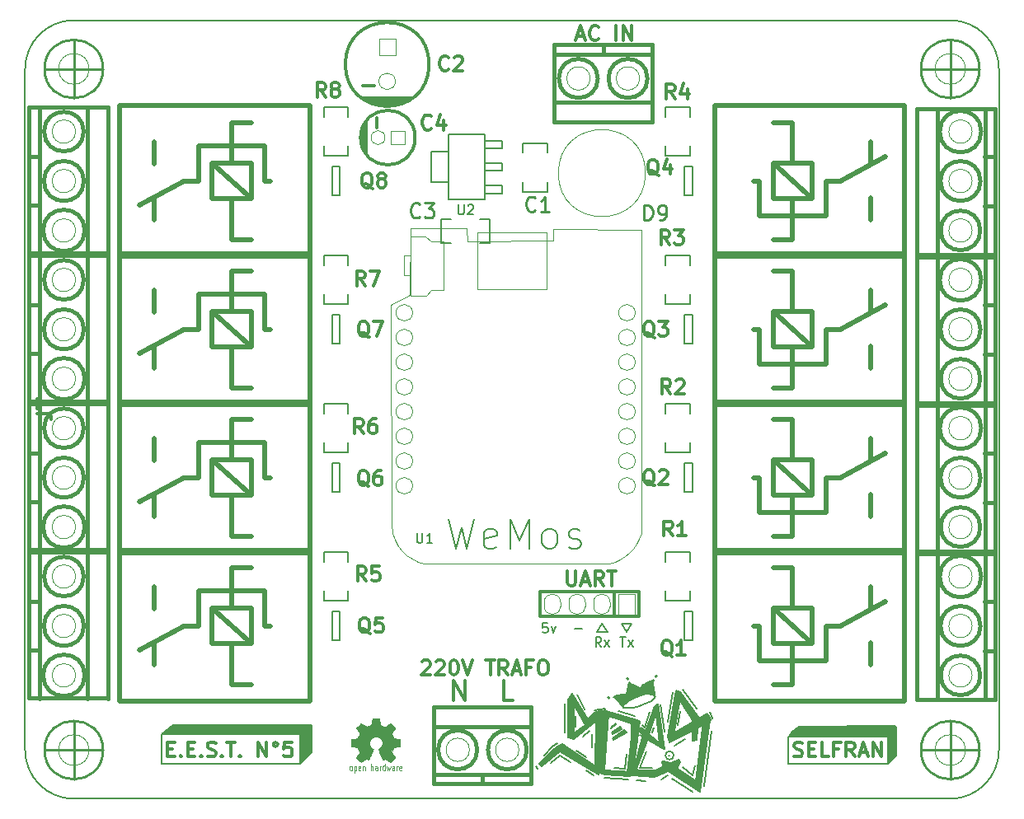
<source format=gbr>
%TF.GenerationSoftware,KiCad,Pcbnew,(5.1.2)-1*%
%TF.CreationDate,2020-01-14T11:15:58-03:00*%
%TF.ProjectId,wifi 2,77696669-2032-42e6-9b69-6361645f7063,rev?*%
%TF.SameCoordinates,Original*%
%TF.FileFunction,Legend,Top*%
%TF.FilePolarity,Positive*%
%FSLAX46Y46*%
G04 Gerber Fmt 4.6, Leading zero omitted, Abs format (unit mm)*
G04 Created by KiCad (PCBNEW (5.1.2)-1) date 2020-01-14 11:15:58*
%MOMM*%
%LPD*%
G04 APERTURE LIST*
%ADD10C,0.300000*%
%ADD11C,0.150000*%
%ADD12C,0.200000*%
%ADD13C,0.100000*%
%ADD14C,0.508000*%
%ADD15C,0.381000*%
%ADD16C,0.127000*%
%ADD17C,0.304800*%
%ADD18C,0.120000*%
%ADD19C,0.254000*%
%ADD20C,0.002540*%
%ADD21C,0.075000*%
%ADD22C,0.250000*%
%ADD23C,0.200660*%
G04 APERTURE END LIST*
D10*
X134025238Y-149874761D02*
X134025238Y-147874761D01*
X135168095Y-149874761D01*
X135168095Y-147874761D01*
X140120476Y-149874761D02*
X139168095Y-149874761D01*
X139168095Y-147874761D01*
D11*
X143646190Y-141942380D02*
X143170000Y-141942380D01*
X143122380Y-142418571D01*
X143170000Y-142370952D01*
X143265238Y-142323333D01*
X143503333Y-142323333D01*
X143598571Y-142370952D01*
X143646190Y-142418571D01*
X143693809Y-142513809D01*
X143693809Y-142751904D01*
X143646190Y-142847142D01*
X143598571Y-142894761D01*
X143503333Y-142942380D01*
X143265238Y-142942380D01*
X143170000Y-142894761D01*
X143122380Y-142847142D01*
X144027142Y-142275714D02*
X144265238Y-142942380D01*
X144503333Y-142275714D01*
X146408095Y-142561428D02*
X147170000Y-142561428D01*
X151089523Y-143382380D02*
X151660952Y-143382380D01*
X151375238Y-144382380D02*
X151375238Y-143382380D01*
X151899047Y-144382380D02*
X152422857Y-143715714D01*
X151899047Y-143715714D02*
X152422857Y-144382380D01*
X149164761Y-144402380D02*
X148831428Y-143926190D01*
X148593333Y-144402380D02*
X148593333Y-143402380D01*
X148974285Y-143402380D01*
X149069523Y-143450000D01*
X149117142Y-143497619D01*
X149164761Y-143592857D01*
X149164761Y-143735714D01*
X149117142Y-143830952D01*
X149069523Y-143878571D01*
X148974285Y-143926190D01*
X148593333Y-143926190D01*
X149498095Y-144402380D02*
X150021904Y-143735714D01*
X149498095Y-143735714D02*
X150021904Y-144402380D01*
X151220000Y-141990000D02*
X152310000Y-141990000D01*
X152310000Y-141990000D02*
X151780000Y-142870000D01*
X151780000Y-142870000D02*
X151220000Y-141990000D01*
X149820000Y-142860000D02*
X148730000Y-142860000D01*
X149260000Y-141980000D02*
X149820000Y-142860000D01*
X148730000Y-142860000D02*
X149260000Y-141980000D01*
D12*
X147300000Y-153600000D02*
X147975000Y-153050000D01*
X156650000Y-154575000D02*
X157750000Y-153900000D01*
X148250000Y-154750000D02*
X148250000Y-153325000D01*
D11*
G36*
X179425000Y-155525000D02*
G01*
X179325000Y-155675000D01*
X179050000Y-155450000D01*
X179175000Y-155425000D01*
X179425000Y-155525000D01*
G37*
X179425000Y-155525000D02*
X179325000Y-155675000D01*
X179050000Y-155450000D01*
X179175000Y-155425000D01*
X179425000Y-155525000D01*
G36*
X179400000Y-152725000D02*
G01*
X179300000Y-154150000D01*
X179475000Y-155475000D01*
X178625000Y-155125000D01*
X178725000Y-153475000D01*
X179225000Y-152700000D01*
X179400000Y-152725000D01*
G37*
X179400000Y-152725000D02*
X179300000Y-154150000D01*
X179475000Y-155475000D01*
X178625000Y-155125000D01*
X178725000Y-153475000D01*
X179225000Y-152700000D01*
X179400000Y-152725000D01*
G36*
X179200000Y-153400000D02*
G01*
X179100000Y-153650000D01*
X178675000Y-153725000D01*
X179200000Y-153050000D01*
X179200000Y-153400000D01*
G37*
X179200000Y-153400000D02*
X179100000Y-153650000D01*
X178675000Y-153725000D01*
X179200000Y-153050000D01*
X179200000Y-153400000D01*
G36*
X179200000Y-155800000D02*
G01*
X178975000Y-155900000D01*
X178625000Y-155450000D01*
X178625000Y-155200000D01*
X178925000Y-155200000D01*
X179200000Y-155800000D01*
G37*
X179200000Y-155800000D02*
X178975000Y-155900000D01*
X178625000Y-155450000D01*
X178625000Y-155200000D01*
X178925000Y-155200000D01*
X179200000Y-155800000D01*
G36*
X178825000Y-155700000D02*
G01*
X178925000Y-155925000D01*
X178600000Y-156200000D01*
X178650000Y-155575000D01*
X178825000Y-155700000D01*
G37*
X178825000Y-155700000D02*
X178925000Y-155925000D01*
X178600000Y-156200000D01*
X178650000Y-155575000D01*
X178825000Y-155700000D01*
G36*
X179425000Y-152650000D02*
G01*
X178575000Y-153600000D01*
X168450000Y-153575000D01*
X168825000Y-153100000D01*
X169500000Y-152600000D01*
X179300000Y-152550000D01*
X179425000Y-152650000D01*
G37*
X179425000Y-152650000D02*
X178575000Y-153600000D01*
X168450000Y-153575000D01*
X168825000Y-153100000D01*
X169500000Y-152600000D01*
X179300000Y-152550000D01*
X179425000Y-152650000D01*
D12*
X169425000Y-152575000D02*
X168425000Y-153550000D01*
X179475000Y-152575000D02*
X169425000Y-152575000D01*
X179475000Y-152600000D02*
X178625000Y-153600000D01*
X179475000Y-155575000D02*
X179475000Y-152600000D01*
X178600000Y-156375000D02*
X179475000Y-155575000D01*
X150950000Y-150950000D02*
X152600000Y-151500000D01*
D11*
G36*
X154450000Y-147900000D02*
G01*
X154600000Y-148950000D01*
X154650000Y-149225000D01*
X154425000Y-149100000D01*
X153600000Y-148300000D01*
X154350000Y-147825000D01*
X154450000Y-147900000D01*
G37*
X154450000Y-147900000D02*
X154600000Y-148950000D01*
X154650000Y-149225000D01*
X154425000Y-149100000D01*
X153600000Y-148300000D01*
X154350000Y-147825000D01*
X154450000Y-147900000D01*
G36*
X152225000Y-148175000D02*
G01*
X153150000Y-148625000D01*
X153325000Y-148550000D01*
X153500000Y-148275000D01*
X154600000Y-149300000D01*
X153675000Y-149225000D01*
X152750000Y-149575000D01*
X152125000Y-149850000D01*
X151550000Y-150225000D01*
X151350000Y-150450000D01*
X150650000Y-149700000D01*
X150500000Y-149525000D01*
X150700000Y-149375000D01*
X151575000Y-149325000D01*
X151775000Y-149325000D01*
X152000000Y-148050000D01*
X152225000Y-148175000D01*
G37*
X152225000Y-148175000D02*
X153150000Y-148625000D01*
X153325000Y-148550000D01*
X153500000Y-148275000D01*
X154600000Y-149300000D01*
X153675000Y-149225000D01*
X152750000Y-149575000D01*
X152125000Y-149850000D01*
X151550000Y-150225000D01*
X151350000Y-150450000D01*
X150650000Y-149700000D01*
X150500000Y-149525000D01*
X150700000Y-149375000D01*
X151575000Y-149325000D01*
X151775000Y-149325000D01*
X152000000Y-148050000D01*
X152225000Y-148175000D01*
D12*
X150025000Y-149600000D02*
G75*
G03X150025000Y-149600000I-100000J0D01*
G01*
X151981066Y-147650000D02*
G75*
G03X151981066Y-147650000I-106066J0D01*
G01*
X154911803Y-147400000D02*
G75*
G03X154911803Y-147400000I-111803J0D01*
G01*
X154575000Y-147750000D02*
X154450000Y-148025000D01*
X154350000Y-147850000D02*
X154575000Y-147750000D01*
X153950000Y-148050000D02*
X154350000Y-147850000D01*
X153500000Y-148325000D02*
X153950000Y-148050000D01*
X153325000Y-148600000D02*
X153500000Y-148325000D01*
X153075000Y-148650000D02*
X153325000Y-148600000D01*
X151850000Y-149025000D02*
X152025000Y-148075000D01*
X151750000Y-149325000D02*
X151850000Y-149025000D01*
X151300000Y-149375000D02*
X151750000Y-149325000D01*
X150400000Y-149575000D02*
X150750000Y-149400000D01*
X150725000Y-149725000D02*
X150400000Y-149575000D01*
X151175000Y-150150000D02*
X150725000Y-149725000D01*
X151400000Y-150625000D02*
X151175000Y-150150000D01*
X154500000Y-148700000D02*
X154450000Y-148100000D01*
X154625000Y-149075000D02*
X154500000Y-148700000D01*
X154450000Y-149150000D02*
X154275000Y-148850000D01*
X151400000Y-150500000D02*
X151425000Y-150550000D01*
X151475000Y-150350000D02*
X151400000Y-150500000D01*
X151725000Y-150100000D02*
X151475000Y-150350000D01*
X152300000Y-149750000D02*
X151725000Y-150100000D01*
X152975000Y-149450000D02*
X152300000Y-149750000D01*
X153400000Y-149325000D02*
X152975000Y-149450000D01*
X153875000Y-149225000D02*
X153400000Y-149325000D01*
X154250000Y-149225000D02*
X153875000Y-149225000D01*
X154500000Y-149275000D02*
X154250000Y-149225000D01*
X154700000Y-149450000D02*
X154500000Y-149275000D01*
X154575000Y-149700000D02*
X154700000Y-149450000D01*
X154275000Y-150000000D02*
X154575000Y-149700000D01*
X153475000Y-150350000D02*
X154275000Y-150000000D01*
X152900000Y-150525000D02*
X153475000Y-150350000D01*
X152325000Y-150625000D02*
X152900000Y-150525000D01*
X151700000Y-150650000D02*
X152325000Y-150625000D01*
X151475000Y-150625000D02*
X151700000Y-150650000D01*
X156125000Y-155575000D02*
X156175000Y-155575000D01*
X142425000Y-156700000D02*
X142600000Y-156900000D01*
X156400000Y-157900000D02*
X158575000Y-159275000D01*
X155350000Y-157975000D02*
X156000000Y-157625000D01*
X152800000Y-158075000D02*
X153700000Y-158150000D01*
X149475000Y-157850000D02*
X151900000Y-158050000D01*
X147650000Y-157075000D02*
X148400000Y-157625000D01*
X151625000Y-156875000D02*
X150500000Y-156850000D01*
X151800000Y-155350000D02*
X151625000Y-156875000D01*
X153100000Y-156800000D02*
X154375000Y-156825000D01*
X153800000Y-155150000D02*
X153100000Y-156800000D01*
X158550000Y-157550000D02*
X158775000Y-156575000D01*
X157550000Y-156775000D02*
X158550000Y-157550000D01*
X159725000Y-158675000D02*
X160500000Y-153050000D01*
X160350000Y-151050000D02*
X160575000Y-151750000D01*
X157500000Y-148825000D02*
X159000000Y-150775000D01*
X155975000Y-152075000D02*
X156500000Y-149000000D01*
X155200000Y-150275000D02*
X155650000Y-153075000D01*
X153625000Y-152650000D02*
X154125000Y-151075000D01*
X153350000Y-152450000D02*
X153625000Y-152650000D01*
X148475000Y-150900000D02*
X149550000Y-150700000D01*
X146675000Y-149300000D02*
X147450000Y-150800000D01*
X145450000Y-153150000D02*
X145425000Y-150200000D01*
X144150000Y-154625000D02*
X144675000Y-154275000D01*
X143300000Y-155550000D02*
X144150000Y-154625000D01*
X144900000Y-155600000D02*
X145975000Y-156225000D01*
X143950000Y-156325000D02*
X144900000Y-155600000D01*
X146600000Y-155025000D02*
X147650000Y-155700000D01*
X146550000Y-152575000D02*
X146550000Y-151475000D01*
D11*
G36*
X157300000Y-149000000D02*
G01*
X159150000Y-151550000D01*
X158975000Y-153975000D01*
X158525000Y-154000000D01*
X158575000Y-153900000D01*
X158575000Y-151950000D01*
X156975000Y-149550000D01*
X157050000Y-148975000D01*
X157300000Y-149000000D01*
G37*
X157300000Y-149000000D02*
X159150000Y-151550000D01*
X158975000Y-153975000D01*
X158525000Y-154000000D01*
X158575000Y-153900000D01*
X158575000Y-151950000D01*
X156975000Y-149550000D01*
X157050000Y-148975000D01*
X157300000Y-149000000D01*
D12*
X154400000Y-153150000D02*
X154575000Y-152675000D01*
X157050000Y-152400000D02*
X157300000Y-151000000D01*
X156600735Y-155550000D02*
G75*
G03X156600735Y-155550000I-425735J0D01*
G01*
D11*
G36*
X151725000Y-153150000D02*
G01*
X150400000Y-153950000D01*
X150300000Y-153800000D01*
X150325000Y-153750000D01*
X151550000Y-152975000D01*
X151725000Y-153150000D01*
G37*
X151725000Y-153150000D02*
X150400000Y-153950000D01*
X150300000Y-153800000D01*
X150325000Y-153750000D01*
X151550000Y-152975000D01*
X151725000Y-153150000D01*
G36*
X151225000Y-152850000D02*
G01*
X150350000Y-153375000D01*
X150275000Y-153225000D01*
X150275000Y-153200000D01*
X151075000Y-152625000D01*
X151225000Y-152850000D01*
G37*
X151225000Y-152850000D02*
X150350000Y-153375000D01*
X150275000Y-153225000D01*
X150275000Y-153200000D01*
X151075000Y-152625000D01*
X151225000Y-152850000D01*
G36*
X150700000Y-152350000D02*
G01*
X150200000Y-152725000D01*
X150200000Y-152700000D01*
X150275000Y-152650000D01*
X150175000Y-152675000D01*
X150675000Y-152225000D01*
X150700000Y-152350000D01*
G37*
X150700000Y-152350000D02*
X150200000Y-152725000D01*
X150200000Y-152700000D01*
X150275000Y-152650000D01*
X150175000Y-152675000D01*
X150675000Y-152225000D01*
X150700000Y-152350000D01*
G36*
X157350000Y-149100000D02*
G01*
X156600000Y-153500000D01*
X156025000Y-153600000D01*
X156825000Y-148850000D01*
X157350000Y-149100000D01*
G37*
X157350000Y-149100000D02*
X156600000Y-153500000D01*
X156025000Y-153600000D01*
X156825000Y-148850000D01*
X157350000Y-149100000D01*
G36*
X160375000Y-151875000D02*
G01*
X160200000Y-152350000D01*
X159625000Y-152400000D01*
X159500000Y-152475000D01*
X156200000Y-154175000D01*
X156025000Y-153600000D01*
X160100000Y-151200000D01*
X160375000Y-151875000D01*
G37*
X160375000Y-151875000D02*
X160200000Y-152350000D01*
X159625000Y-152400000D01*
X159500000Y-152475000D01*
X156200000Y-154175000D01*
X156025000Y-153600000D01*
X160100000Y-151200000D01*
X160375000Y-151875000D01*
G36*
X160350000Y-151925000D02*
G01*
X159325000Y-159275000D01*
X155625000Y-156875000D01*
X155525000Y-156675000D01*
X155450000Y-156125000D01*
X156000000Y-156250000D01*
X158850000Y-158225000D01*
X159675000Y-152100000D01*
X160100000Y-151325000D01*
X160350000Y-151925000D01*
G37*
X160350000Y-151925000D02*
X159325000Y-159275000D01*
X155625000Y-156875000D01*
X155525000Y-156675000D01*
X155450000Y-156125000D01*
X156000000Y-156250000D01*
X158850000Y-158225000D01*
X159675000Y-152100000D01*
X160100000Y-151325000D01*
X160350000Y-151925000D01*
G36*
X153850000Y-154050000D02*
G01*
X152800000Y-156950000D01*
X152975000Y-157125000D01*
X154725000Y-157100000D01*
X157100000Y-156025000D01*
X157275000Y-156200000D01*
X157050000Y-156775000D01*
X154625000Y-157775000D01*
X152325000Y-157600000D01*
X153400000Y-153675000D01*
X153850000Y-154050000D01*
G37*
X153850000Y-154050000D02*
X152800000Y-156950000D01*
X152975000Y-157125000D01*
X154725000Y-157100000D01*
X157100000Y-156025000D01*
X157275000Y-156200000D01*
X157050000Y-156775000D01*
X154625000Y-157775000D01*
X152325000Y-157600000D01*
X153400000Y-153675000D01*
X153850000Y-154050000D01*
G36*
X155675000Y-154850000D02*
G01*
X155575000Y-154925000D01*
X153570719Y-153718341D01*
X153366072Y-153400000D01*
X154025000Y-153400000D01*
X155175000Y-154300000D01*
X154775000Y-151450000D01*
X154691667Y-151175000D01*
X154725000Y-151325000D01*
X154025000Y-153400000D01*
X153366072Y-153400000D01*
X153350000Y-153375000D01*
X153150000Y-153075000D01*
X153200000Y-152700000D01*
X153700000Y-153050000D01*
X154551832Y-150713546D01*
X154525000Y-150625000D01*
X155000000Y-150225000D01*
X155675000Y-154850000D01*
G37*
X155675000Y-154850000D02*
X155575000Y-154925000D01*
X153570719Y-153718341D01*
X153366072Y-153400000D01*
X154025000Y-153400000D01*
X155175000Y-154300000D01*
X154775000Y-151450000D01*
X154691667Y-151175000D01*
X154725000Y-151325000D01*
X154025000Y-153400000D01*
X153366072Y-153400000D01*
X153350000Y-153375000D01*
X153150000Y-153075000D01*
X153200000Y-152700000D01*
X153700000Y-153050000D01*
X154551832Y-150713546D01*
X154525000Y-150625000D01*
X155000000Y-150225000D01*
X155675000Y-154850000D01*
G36*
X153570719Y-153718341D02*
G01*
X153575000Y-153725000D01*
X153125000Y-153450000D01*
X153570719Y-153718341D01*
G37*
X153570719Y-153718341D02*
X153575000Y-153725000D01*
X153125000Y-153450000D01*
X153570719Y-153718341D01*
G36*
X147750000Y-151850000D02*
G01*
X148575000Y-151100000D01*
X149675000Y-150925000D01*
X148925000Y-157475000D01*
X144950000Y-155175000D01*
X143025000Y-156650000D01*
X142850000Y-156475000D01*
X142825000Y-156425000D01*
X144425000Y-154775000D01*
X145125000Y-154400000D01*
X148575000Y-156675000D01*
X148650000Y-152025000D01*
X146375000Y-153825000D01*
X145750000Y-153725000D01*
X145747134Y-153275000D01*
X146325000Y-153275000D01*
X147500000Y-152400000D01*
X146325000Y-150325391D01*
X146325000Y-153275000D01*
X145747134Y-153275000D01*
X145725000Y-149800000D01*
X145933130Y-149633496D01*
X145900000Y-149575000D01*
X146150000Y-149225000D01*
X147750000Y-151850000D01*
G37*
X147750000Y-151850000D02*
X148575000Y-151100000D01*
X149675000Y-150925000D01*
X148925000Y-157475000D01*
X144950000Y-155175000D01*
X143025000Y-156650000D01*
X142850000Y-156475000D01*
X142825000Y-156425000D01*
X144425000Y-154775000D01*
X145125000Y-154400000D01*
X148575000Y-156675000D01*
X148650000Y-152025000D01*
X146375000Y-153825000D01*
X145750000Y-153725000D01*
X145747134Y-153275000D01*
X146325000Y-153275000D01*
X147500000Y-152400000D01*
X146325000Y-150325391D01*
X146325000Y-153275000D01*
X145747134Y-153275000D01*
X145725000Y-149800000D01*
X145933130Y-149633496D01*
X145900000Y-149575000D01*
X146150000Y-149225000D01*
X147750000Y-151850000D01*
G36*
X153150000Y-152000000D02*
G01*
X152525000Y-156500000D01*
X152325000Y-157250000D01*
X152275000Y-157275000D01*
X151875000Y-157275000D01*
X152275000Y-153675000D01*
X152275000Y-152275000D01*
X149875000Y-151475000D01*
X149675000Y-150975000D01*
X153150000Y-152000000D01*
G37*
X153150000Y-152000000D02*
X152525000Y-156500000D01*
X152325000Y-157250000D01*
X152275000Y-157275000D01*
X151875000Y-157275000D01*
X152275000Y-153675000D01*
X152275000Y-152275000D01*
X149875000Y-151475000D01*
X149675000Y-150975000D01*
X153150000Y-152000000D01*
G36*
X149875000Y-151275000D02*
G01*
X149500688Y-157076835D01*
X152275000Y-157275000D01*
X152275000Y-157475000D01*
X152075000Y-157675000D01*
X149475000Y-157475000D01*
X149500688Y-157076835D01*
X149475000Y-157075000D01*
X149475000Y-157475000D01*
X148875000Y-157275000D01*
X149275000Y-151275000D01*
X149675000Y-151075000D01*
X149875000Y-151275000D01*
G37*
X149875000Y-151275000D02*
X149500688Y-157076835D01*
X152275000Y-157275000D01*
X152275000Y-157475000D01*
X152075000Y-157675000D01*
X149475000Y-157475000D01*
X149500688Y-157076835D01*
X149475000Y-157075000D01*
X149475000Y-157475000D01*
X148875000Y-157275000D01*
X149275000Y-151275000D01*
X149675000Y-151075000D01*
X149875000Y-151275000D01*
D12*
X159075000Y-158675000D02*
X155675000Y-156675000D01*
X160075000Y-151475000D02*
X159075000Y-158675000D01*
X156275000Y-153875000D02*
X160075000Y-151475000D01*
X157075000Y-149275000D02*
X156275000Y-153875000D01*
X158875000Y-152075000D02*
X157075000Y-149275000D01*
X154475000Y-157475000D02*
X157075000Y-156275000D01*
X152475000Y-157275000D02*
X154475000Y-157475000D01*
X154875000Y-150475000D02*
X152475000Y-157275000D01*
X155475000Y-154675000D02*
X154875000Y-150475000D01*
X153275000Y-153075000D02*
X155475000Y-154675000D01*
X149675000Y-151275000D02*
X149475000Y-151475000D01*
X152875000Y-152075000D02*
X149675000Y-151275000D01*
X152075000Y-157475000D02*
X152875000Y-152075000D01*
X150075000Y-157275000D02*
X152075000Y-157475000D01*
X149075000Y-157275000D02*
X150075000Y-157275000D01*
X149475000Y-151675000D02*
X149075000Y-157275000D01*
X145075000Y-154675000D02*
X142875000Y-156475000D01*
X148875000Y-157275000D02*
X145075000Y-154675000D01*
X149075000Y-151275000D02*
X148875000Y-157275000D01*
X146075000Y-153675000D02*
X149075000Y-151275000D01*
X146075000Y-149475000D02*
X146075000Y-153675000D01*
X147675000Y-152275000D02*
X146075000Y-149475000D01*
D11*
G36*
X118200000Y-153400000D02*
G01*
X104000000Y-153400000D01*
X105200000Y-152400000D01*
X119400000Y-152400000D01*
X118200000Y-153400000D01*
G37*
X118200000Y-153400000D02*
X104000000Y-153400000D01*
X105200000Y-152400000D01*
X119400000Y-152400000D01*
X118200000Y-153400000D01*
G36*
X119400000Y-155200000D02*
G01*
X118200000Y-156400000D01*
X118200000Y-153400000D01*
X119400000Y-152400000D01*
X119400000Y-155200000D01*
G37*
X119400000Y-155200000D02*
X118200000Y-156400000D01*
X118200000Y-153400000D01*
X119400000Y-152400000D01*
X119400000Y-155200000D01*
D12*
X118200000Y-153400000D02*
X119400000Y-152400000D01*
X104000000Y-153400000D02*
X105200000Y-152400000D01*
X115400000Y-152400000D02*
X105200000Y-152400000D01*
X119400000Y-152400000D02*
X115400000Y-152400000D01*
X119400000Y-155200000D02*
X119400000Y-152400000D01*
X118200000Y-156400000D02*
X119400000Y-155200000D01*
X104000000Y-156400000D02*
X118200000Y-156400000D01*
X104000000Y-153400000D02*
X104000000Y-156400000D01*
X118200000Y-153400000D02*
X104000000Y-153400000D01*
X118200000Y-156400000D02*
X118200000Y-153400000D01*
D11*
X178600000Y-156400000D02*
X168400000Y-156400000D01*
X178600000Y-153600000D02*
X178600000Y-156400000D01*
X168400000Y-153600000D02*
X178600000Y-153600000D01*
X168400000Y-156400000D02*
X168400000Y-153600000D01*
D10*
X104642857Y-154892857D02*
X105142857Y-154892857D01*
X105357142Y-155678571D02*
X104642857Y-155678571D01*
X104642857Y-154178571D01*
X105357142Y-154178571D01*
X106000000Y-155535714D02*
X106071428Y-155607142D01*
X106000000Y-155678571D01*
X105928571Y-155607142D01*
X106000000Y-155535714D01*
X106000000Y-155678571D01*
X106714285Y-154892857D02*
X107214285Y-154892857D01*
X107428571Y-155678571D02*
X106714285Y-155678571D01*
X106714285Y-154178571D01*
X107428571Y-154178571D01*
X108071428Y-155535714D02*
X108142857Y-155607142D01*
X108071428Y-155678571D01*
X108000000Y-155607142D01*
X108071428Y-155535714D01*
X108071428Y-155678571D01*
X108714285Y-155607142D02*
X108928571Y-155678571D01*
X109285714Y-155678571D01*
X109428571Y-155607142D01*
X109500000Y-155535714D01*
X109571428Y-155392857D01*
X109571428Y-155250000D01*
X109500000Y-155107142D01*
X109428571Y-155035714D01*
X109285714Y-154964285D01*
X109000000Y-154892857D01*
X108857142Y-154821428D01*
X108785714Y-154750000D01*
X108714285Y-154607142D01*
X108714285Y-154464285D01*
X108785714Y-154321428D01*
X108857142Y-154250000D01*
X109000000Y-154178571D01*
X109357142Y-154178571D01*
X109571428Y-154250000D01*
X110214285Y-155535714D02*
X110285714Y-155607142D01*
X110214285Y-155678571D01*
X110142857Y-155607142D01*
X110214285Y-155535714D01*
X110214285Y-155678571D01*
X110714285Y-154178571D02*
X111571428Y-154178571D01*
X111142857Y-155678571D02*
X111142857Y-154178571D01*
X112071428Y-155535714D02*
X112142857Y-155607142D01*
X112071428Y-155678571D01*
X112000000Y-155607142D01*
X112071428Y-155535714D01*
X112071428Y-155678571D01*
X113928571Y-155678571D02*
X113928571Y-154178571D01*
X114785714Y-155678571D01*
X114785714Y-154178571D01*
X115714285Y-154178571D02*
X115571428Y-154250000D01*
X115500000Y-154392857D01*
X115571428Y-154535714D01*
X115714285Y-154607142D01*
X115857142Y-154535714D01*
X115928571Y-154392857D01*
X115857142Y-154250000D01*
X115714285Y-154178571D01*
X117357142Y-154178571D02*
X116642857Y-154178571D01*
X116571428Y-154892857D01*
X116642857Y-154821428D01*
X116785714Y-154750000D01*
X117142857Y-154750000D01*
X117285714Y-154821428D01*
X117357142Y-154892857D01*
X117428571Y-155035714D01*
X117428571Y-155392857D01*
X117357142Y-155535714D01*
X117285714Y-155607142D01*
X117142857Y-155678571D01*
X116785714Y-155678571D01*
X116642857Y-155607142D01*
X116571428Y-155535714D01*
X168964285Y-155607142D02*
X169178571Y-155678571D01*
X169535714Y-155678571D01*
X169678571Y-155607142D01*
X169750000Y-155535714D01*
X169821428Y-155392857D01*
X169821428Y-155250000D01*
X169750000Y-155107142D01*
X169678571Y-155035714D01*
X169535714Y-154964285D01*
X169250000Y-154892857D01*
X169107142Y-154821428D01*
X169035714Y-154750000D01*
X168964285Y-154607142D01*
X168964285Y-154464285D01*
X169035714Y-154321428D01*
X169107142Y-154250000D01*
X169250000Y-154178571D01*
X169607142Y-154178571D01*
X169821428Y-154250000D01*
X170464285Y-154892857D02*
X170964285Y-154892857D01*
X171178571Y-155678571D02*
X170464285Y-155678571D01*
X170464285Y-154178571D01*
X171178571Y-154178571D01*
X172535714Y-155678571D02*
X171821428Y-155678571D01*
X171821428Y-154178571D01*
X173535714Y-154892857D02*
X173035714Y-154892857D01*
X173035714Y-155678571D02*
X173035714Y-154178571D01*
X173750000Y-154178571D01*
X175178571Y-155678571D02*
X174678571Y-154964285D01*
X174321428Y-155678571D02*
X174321428Y-154178571D01*
X174892857Y-154178571D01*
X175035714Y-154250000D01*
X175107142Y-154321428D01*
X175178571Y-154464285D01*
X175178571Y-154678571D01*
X175107142Y-154821428D01*
X175035714Y-154892857D01*
X174892857Y-154964285D01*
X174321428Y-154964285D01*
X175750000Y-155250000D02*
X176464285Y-155250000D01*
X175607142Y-155678571D02*
X176107142Y-154178571D01*
X176607142Y-155678571D01*
X177107142Y-155678571D02*
X177107142Y-154178571D01*
X177964285Y-155678571D01*
X177964285Y-154178571D01*
D11*
X95000000Y-160000000D02*
X185000000Y-160000000D01*
X90000000Y-85000000D02*
X90000000Y-155000000D01*
X185000000Y-80000000D02*
X95000000Y-80000000D01*
X190000000Y-155000000D02*
X190000000Y-85000000D01*
X190000000Y-155000000D02*
G75*
G02X185000000Y-160000000I-5000000J0D01*
G01*
X185000000Y-80000000D02*
G75*
G02X190000000Y-85000000I0J-5000000D01*
G01*
X90000000Y-85000000D02*
G75*
G02X95000000Y-80000000I5000000J0D01*
G01*
X95000000Y-160000000D02*
G75*
G02X90000000Y-155000000I0J5000000D01*
G01*
D13*
X128938483Y-104203068D02*
X129555844Y-104203068D01*
X128938483Y-106196262D02*
X128938483Y-104203068D01*
X129591122Y-106196262D02*
X128938483Y-106196262D01*
X129573483Y-102192235D02*
X129626400Y-108277651D01*
X131143344Y-102192235D02*
X129573483Y-102192235D01*
X131672511Y-102686124D02*
X131143344Y-102192235D01*
X132960150Y-102686124D02*
X131672511Y-102686124D01*
X132960150Y-107748485D02*
X132960150Y-102686124D01*
X131707789Y-107748485D02*
X132960150Y-107748485D01*
X131178622Y-108277651D02*
X131707789Y-107748485D01*
X129626400Y-108277651D02*
X131178622Y-108277651D01*
X143549650Y-101814812D02*
X143549650Y-107628549D01*
X136410069Y-101814812D02*
X143549650Y-101814812D01*
X136410069Y-107628549D02*
X136410069Y-101814812D01*
X143549650Y-107628549D02*
X136410069Y-107628549D01*
X129537520Y-108255819D02*
X129567314Y-101447476D01*
X127593974Y-109216715D02*
X129537520Y-108255819D01*
X127618922Y-131771807D02*
X127593974Y-109216715D01*
X127734518Y-132664575D02*
X127618922Y-131771807D01*
X127962878Y-133419613D02*
X127734518Y-132664575D01*
X128290405Y-134051460D02*
X127962878Y-133419613D01*
X128703497Y-134574658D02*
X128290405Y-134051460D01*
X129188555Y-135003743D02*
X128703497Y-134574658D01*
X129731982Y-135353258D02*
X129188555Y-135003743D01*
X130320176Y-135637741D02*
X129731982Y-135353258D01*
X130939540Y-135871734D02*
X130320176Y-135637741D01*
X149977453Y-135842976D02*
X130939540Y-135871734D01*
X150575250Y-135657310D02*
X149977453Y-135842976D01*
X151119440Y-135410377D02*
X150575250Y-135657310D01*
X151610512Y-135102741D02*
X151119440Y-135410377D01*
X152048953Y-134734952D02*
X151610512Y-135102741D01*
X152435253Y-134307577D02*
X152048953Y-134734952D01*
X152769901Y-133821167D02*
X152435253Y-134307577D01*
X153053384Y-133276286D02*
X152769901Y-133821167D01*
X153286195Y-132673493D02*
X153053384Y-133276286D01*
X153300193Y-101503342D02*
X153286195Y-132673493D01*
X144219397Y-101477264D02*
X153300193Y-101503342D01*
X144221373Y-102679517D02*
X144219397Y-101477264D01*
X135390151Y-102686205D02*
X144221373Y-102679517D01*
X135363820Y-101402772D02*
X135390151Y-102686205D01*
X129552528Y-101402772D02*
X135363820Y-101402772D01*
D14*
X180315000Y-119510000D02*
X180315000Y-104010000D01*
X160815000Y-119510000D02*
X180315000Y-119510000D01*
X160815000Y-104010000D02*
X180315000Y-104010000D01*
X160815000Y-119510000D02*
X160815000Y-104110000D01*
X176815000Y-113510000D02*
X176815000Y-115760000D01*
X176815000Y-107760000D02*
X176815000Y-110010000D01*
X172215000Y-111760000D02*
X173715000Y-111760000D01*
X173715000Y-111760000D02*
X178315000Y-109260000D01*
X172215000Y-115360000D02*
X165415000Y-115360000D01*
X172215000Y-111760000D02*
X172215000Y-115360000D01*
X164815000Y-111760000D02*
X165415000Y-111760000D01*
X165415000Y-111760000D02*
X165415000Y-115360000D01*
X166815000Y-117760000D02*
X168815000Y-117760000D01*
X166815000Y-105760000D02*
X168815000Y-105760000D01*
X168815000Y-105760000D02*
X168815000Y-109960000D01*
X168815000Y-113560000D02*
X168815000Y-117760000D01*
X170815000Y-113560000D02*
X166815000Y-109960000D01*
X166815000Y-113560000D02*
X166815000Y-109960000D01*
X166815000Y-109960000D02*
X170815000Y-109960000D01*
X170815000Y-109960000D02*
X170815000Y-113560000D01*
X170815000Y-113560000D02*
X166815000Y-113560000D01*
X180315000Y-149990000D02*
X180315000Y-134490000D01*
X160815000Y-149990000D02*
X180315000Y-149990000D01*
X160815000Y-134490000D02*
X180315000Y-134490000D01*
X160815000Y-149990000D02*
X160815000Y-134590000D01*
X176815000Y-143990000D02*
X176815000Y-146240000D01*
X176815000Y-138240000D02*
X176815000Y-140490000D01*
X172215000Y-142240000D02*
X173715000Y-142240000D01*
X173715000Y-142240000D02*
X178315000Y-139740000D01*
X172215000Y-145840000D02*
X165415000Y-145840000D01*
X172215000Y-142240000D02*
X172215000Y-145840000D01*
X164815000Y-142240000D02*
X165415000Y-142240000D01*
X165415000Y-142240000D02*
X165415000Y-145840000D01*
X166815000Y-148240000D02*
X168815000Y-148240000D01*
X166815000Y-136240000D02*
X168815000Y-136240000D01*
X168815000Y-136240000D02*
X168815000Y-140440000D01*
X168815000Y-144040000D02*
X168815000Y-148240000D01*
X170815000Y-144040000D02*
X166815000Y-140440000D01*
X166815000Y-144040000D02*
X166815000Y-140440000D01*
X166815000Y-140440000D02*
X170815000Y-140440000D01*
X170815000Y-140440000D02*
X170815000Y-144040000D01*
X170815000Y-144040000D02*
X166815000Y-144040000D01*
X180315000Y-134750000D02*
X180315000Y-119250000D01*
X160815000Y-134750000D02*
X180315000Y-134750000D01*
X160815000Y-119250000D02*
X180315000Y-119250000D01*
X160815000Y-134750000D02*
X160815000Y-119350000D01*
X176815000Y-128750000D02*
X176815000Y-131000000D01*
X176815000Y-123000000D02*
X176815000Y-125250000D01*
X172215000Y-127000000D02*
X173715000Y-127000000D01*
X173715000Y-127000000D02*
X178315000Y-124500000D01*
X172215000Y-130600000D02*
X165415000Y-130600000D01*
X172215000Y-127000000D02*
X172215000Y-130600000D01*
X164815000Y-127000000D02*
X165415000Y-127000000D01*
X165415000Y-127000000D02*
X165415000Y-130600000D01*
X166815000Y-133000000D02*
X168815000Y-133000000D01*
X166815000Y-121000000D02*
X168815000Y-121000000D01*
X168815000Y-121000000D02*
X168815000Y-125200000D01*
X168815000Y-128800000D02*
X168815000Y-133000000D01*
X170815000Y-128800000D02*
X166815000Y-125200000D01*
X166815000Y-128800000D02*
X166815000Y-125200000D01*
X166815000Y-125200000D02*
X170815000Y-125200000D01*
X170815000Y-125200000D02*
X170815000Y-128800000D01*
X170815000Y-128800000D02*
X166815000Y-128800000D01*
X180315000Y-104270000D02*
X180315000Y-88770000D01*
X160815000Y-104270000D02*
X180315000Y-104270000D01*
X160815000Y-88770000D02*
X180315000Y-88770000D01*
X160815000Y-104270000D02*
X160815000Y-88870000D01*
X176815000Y-98270000D02*
X176815000Y-100520000D01*
X176815000Y-92520000D02*
X176815000Y-94770000D01*
X172215000Y-96520000D02*
X173715000Y-96520000D01*
X173715000Y-96520000D02*
X178315000Y-94020000D01*
X172215000Y-100120000D02*
X165415000Y-100120000D01*
X172215000Y-96520000D02*
X172215000Y-100120000D01*
X164815000Y-96520000D02*
X165415000Y-96520000D01*
X165415000Y-96520000D02*
X165415000Y-100120000D01*
X166815000Y-102520000D02*
X168815000Y-102520000D01*
X166815000Y-90520000D02*
X168815000Y-90520000D01*
X168815000Y-90520000D02*
X168815000Y-94720000D01*
X168815000Y-98320000D02*
X168815000Y-102520000D01*
X170815000Y-98320000D02*
X166815000Y-94720000D01*
X166815000Y-98320000D02*
X166815000Y-94720000D01*
X166815000Y-94720000D02*
X170815000Y-94720000D01*
X170815000Y-94720000D02*
X170815000Y-98320000D01*
X170815000Y-98320000D02*
X166815000Y-98320000D01*
X99720000Y-134490000D02*
X99720000Y-149990000D01*
X119220000Y-134490000D02*
X99720000Y-134490000D01*
X119220000Y-149990000D02*
X99720000Y-149990000D01*
X119220000Y-134490000D02*
X119220000Y-149890000D01*
X103220000Y-140490000D02*
X103220000Y-138240000D01*
X103220000Y-146240000D02*
X103220000Y-143990000D01*
X107820000Y-142240000D02*
X106320000Y-142240000D01*
X106320000Y-142240000D02*
X101720000Y-144740000D01*
X107820000Y-138640000D02*
X114620000Y-138640000D01*
X107820000Y-142240000D02*
X107820000Y-138640000D01*
X115220000Y-142240000D02*
X114620000Y-142240000D01*
X114620000Y-142240000D02*
X114620000Y-138640000D01*
X113220000Y-136240000D02*
X111220000Y-136240000D01*
X113220000Y-148240000D02*
X111220000Y-148240000D01*
X111220000Y-148240000D02*
X111220000Y-144040000D01*
X111220000Y-140440000D02*
X111220000Y-136240000D01*
X109220000Y-140440000D02*
X113220000Y-144040000D01*
X113220000Y-140440000D02*
X113220000Y-144040000D01*
X113220000Y-144040000D02*
X109220000Y-144040000D01*
X109220000Y-144040000D02*
X109220000Y-140440000D01*
X109220000Y-140440000D02*
X113220000Y-140440000D01*
X99720000Y-119250000D02*
X99720000Y-134750000D01*
X119220000Y-119250000D02*
X99720000Y-119250000D01*
X119220000Y-134750000D02*
X99720000Y-134750000D01*
X119220000Y-119250000D02*
X119220000Y-134650000D01*
X103220000Y-125250000D02*
X103220000Y-123000000D01*
X103220000Y-131000000D02*
X103220000Y-128750000D01*
X107820000Y-127000000D02*
X106320000Y-127000000D01*
X106320000Y-127000000D02*
X101720000Y-129500000D01*
X107820000Y-123400000D02*
X114620000Y-123400000D01*
X107820000Y-127000000D02*
X107820000Y-123400000D01*
X115220000Y-127000000D02*
X114620000Y-127000000D01*
X114620000Y-127000000D02*
X114620000Y-123400000D01*
X113220000Y-121000000D02*
X111220000Y-121000000D01*
X113220000Y-133000000D02*
X111220000Y-133000000D01*
X111220000Y-133000000D02*
X111220000Y-128800000D01*
X111220000Y-125200000D02*
X111220000Y-121000000D01*
X109220000Y-125200000D02*
X113220000Y-128800000D01*
X113220000Y-125200000D02*
X113220000Y-128800000D01*
X113220000Y-128800000D02*
X109220000Y-128800000D01*
X109220000Y-128800000D02*
X109220000Y-125200000D01*
X109220000Y-125200000D02*
X113220000Y-125200000D01*
X99720000Y-104010000D02*
X99720000Y-119510000D01*
X119220000Y-104010000D02*
X99720000Y-104010000D01*
X119220000Y-119510000D02*
X99720000Y-119510000D01*
X119220000Y-104010000D02*
X119220000Y-119410000D01*
X103220000Y-110010000D02*
X103220000Y-107760000D01*
X103220000Y-115760000D02*
X103220000Y-113510000D01*
X107820000Y-111760000D02*
X106320000Y-111760000D01*
X106320000Y-111760000D02*
X101720000Y-114260000D01*
X107820000Y-108160000D02*
X114620000Y-108160000D01*
X107820000Y-111760000D02*
X107820000Y-108160000D01*
X115220000Y-111760000D02*
X114620000Y-111760000D01*
X114620000Y-111760000D02*
X114620000Y-108160000D01*
X113220000Y-105760000D02*
X111220000Y-105760000D01*
X113220000Y-117760000D02*
X111220000Y-117760000D01*
X111220000Y-117760000D02*
X111220000Y-113560000D01*
X111220000Y-109960000D02*
X111220000Y-105760000D01*
X109220000Y-109960000D02*
X113220000Y-113560000D01*
X113220000Y-109960000D02*
X113220000Y-113560000D01*
X113220000Y-113560000D02*
X109220000Y-113560000D01*
X109220000Y-113560000D02*
X109220000Y-109960000D01*
X109220000Y-109960000D02*
X113220000Y-109960000D01*
X99720000Y-88770000D02*
X99720000Y-104270000D01*
X119220000Y-88770000D02*
X99720000Y-88770000D01*
X119220000Y-104270000D02*
X99720000Y-104270000D01*
X119220000Y-88770000D02*
X119220000Y-104170000D01*
X103220000Y-94770000D02*
X103220000Y-92520000D01*
X103220000Y-100520000D02*
X103220000Y-98270000D01*
X107820000Y-96520000D02*
X106320000Y-96520000D01*
X106320000Y-96520000D02*
X101720000Y-99020000D01*
X107820000Y-92920000D02*
X114620000Y-92920000D01*
X107820000Y-96520000D02*
X107820000Y-92920000D01*
X115220000Y-96520000D02*
X114620000Y-96520000D01*
X114620000Y-96520000D02*
X114620000Y-92920000D01*
X113220000Y-90520000D02*
X111220000Y-90520000D01*
X113220000Y-102520000D02*
X111220000Y-102520000D01*
X111220000Y-102520000D02*
X111220000Y-98320000D01*
X111220000Y-94720000D02*
X111220000Y-90520000D01*
X109220000Y-94720000D02*
X113220000Y-98320000D01*
X113220000Y-94720000D02*
X113220000Y-98320000D01*
X113220000Y-98320000D02*
X109220000Y-98320000D01*
X109220000Y-98320000D02*
X109220000Y-94720000D01*
X109220000Y-94720000D02*
X113220000Y-94720000D01*
D15*
X188185000Y-121920000D02*
G75*
G03X188185000Y-121920000I-2130000J0D01*
G01*
X188531500Y-124523500D02*
X189547500Y-124523500D01*
X188531500Y-129540000D02*
X189594347Y-129550000D01*
X188105000Y-127000000D02*
G75*
G03X188105000Y-127000000I-2050000J0D01*
G01*
X188085000Y-132080000D02*
G75*
G03X188085000Y-132080000I-2030000J0D01*
G01*
X188555000Y-134550000D02*
X188555000Y-119550000D01*
X183655000Y-134550000D02*
X183655000Y-119550000D01*
X189611000Y-134556500D02*
X189611000Y-119570500D01*
X189611000Y-119570500D02*
X181546500Y-119570500D01*
X181546500Y-119550000D02*
X181546500Y-134550000D01*
X181546500Y-134556500D02*
X189611000Y-134556500D01*
X188185000Y-91440000D02*
G75*
G03X188185000Y-91440000I-2130000J0D01*
G01*
X188531500Y-94043500D02*
X189547500Y-94043500D01*
X188531500Y-99060000D02*
X189594347Y-99070000D01*
X188105000Y-96520000D02*
G75*
G03X188105000Y-96520000I-2050000J0D01*
G01*
X188085000Y-101600000D02*
G75*
G03X188085000Y-101600000I-2030000J0D01*
G01*
X188555000Y-104070000D02*
X188555000Y-89070000D01*
X183655000Y-104070000D02*
X183655000Y-89070000D01*
X189611000Y-104076500D02*
X189611000Y-89090500D01*
X189611000Y-89090500D02*
X181546500Y-89090500D01*
X181546500Y-89070000D02*
X181546500Y-104070000D01*
X181546500Y-104076500D02*
X189611000Y-104076500D01*
X96110000Y-132080000D02*
G75*
G03X96110000Y-132080000I-2130000J0D01*
G01*
X91503500Y-129476500D02*
X90487500Y-129476500D01*
X91503500Y-124460000D02*
X90440653Y-124450000D01*
X96030000Y-127000000D02*
G75*
G03X96030000Y-127000000I-2050000J0D01*
G01*
X96010000Y-121920000D02*
G75*
G03X96010000Y-121920000I-2030000J0D01*
G01*
X91480000Y-119450000D02*
X91480000Y-134450000D01*
X96380000Y-119450000D02*
X96380000Y-134450000D01*
X90424000Y-119443500D02*
X90424000Y-134429500D01*
X90424000Y-134429500D02*
X98488500Y-134429500D01*
X98488500Y-134450000D02*
X98488500Y-119450000D01*
X98488500Y-119443500D02*
X90424000Y-119443500D01*
X188185000Y-137160000D02*
G75*
G03X188185000Y-137160000I-2130000J0D01*
G01*
X188531500Y-139763500D02*
X189547500Y-139763500D01*
X188531500Y-144780000D02*
X189594347Y-144790000D01*
X188105000Y-142240000D02*
G75*
G03X188105000Y-142240000I-2050000J0D01*
G01*
X188085000Y-147320000D02*
G75*
G03X188085000Y-147320000I-2030000J0D01*
G01*
X188555000Y-149790000D02*
X188555000Y-134790000D01*
X183655000Y-149790000D02*
X183655000Y-134790000D01*
X189611000Y-149796500D02*
X189611000Y-134810500D01*
X189611000Y-134810500D02*
X181546500Y-134810500D01*
X181546500Y-134790000D02*
X181546500Y-149790000D01*
X181546500Y-149796500D02*
X189611000Y-149796500D01*
X188185000Y-106680000D02*
G75*
G03X188185000Y-106680000I-2130000J0D01*
G01*
X188531500Y-109283500D02*
X189547500Y-109283500D01*
X188531500Y-114300000D02*
X189594347Y-114310000D01*
X188105000Y-111760000D02*
G75*
G03X188105000Y-111760000I-2050000J0D01*
G01*
X188085000Y-116840000D02*
G75*
G03X188085000Y-116840000I-2030000J0D01*
G01*
X188555000Y-119310000D02*
X188555000Y-104310000D01*
X183655000Y-119310000D02*
X183655000Y-104310000D01*
X189611000Y-119316500D02*
X189611000Y-104330500D01*
X189611000Y-104330500D02*
X181546500Y-104330500D01*
X181546500Y-104310000D02*
X181546500Y-119310000D01*
X181546500Y-119316500D02*
X189611000Y-119316500D01*
X96110000Y-147320000D02*
G75*
G03X96110000Y-147320000I-2130000J0D01*
G01*
X91503500Y-144716500D02*
X90487500Y-144716500D01*
X91503500Y-139700000D02*
X90440653Y-139690000D01*
X96030000Y-142240000D02*
G75*
G03X96030000Y-142240000I-2050000J0D01*
G01*
X96010000Y-137160000D02*
G75*
G03X96010000Y-137160000I-2030000J0D01*
G01*
X91480000Y-134690000D02*
X91480000Y-149690000D01*
X96380000Y-134690000D02*
X96380000Y-149690000D01*
X90424000Y-134683500D02*
X90424000Y-149669500D01*
X90424000Y-149669500D02*
X98488500Y-149669500D01*
X98488500Y-149690000D02*
X98488500Y-134690000D01*
X98488500Y-134683500D02*
X90424000Y-134683500D01*
X96110000Y-116840000D02*
G75*
G03X96110000Y-116840000I-2130000J0D01*
G01*
X91503500Y-114236500D02*
X90487500Y-114236500D01*
X91503500Y-109220000D02*
X90440653Y-109210000D01*
X96030000Y-111760000D02*
G75*
G03X96030000Y-111760000I-2050000J0D01*
G01*
X96010000Y-106680000D02*
G75*
G03X96010000Y-106680000I-2030000J0D01*
G01*
X91480000Y-104210000D02*
X91480000Y-119210000D01*
X96380000Y-104210000D02*
X96380000Y-119210000D01*
X90424000Y-104203500D02*
X90424000Y-119189500D01*
X90424000Y-119189500D02*
X98488500Y-119189500D01*
X98488500Y-119210000D02*
X98488500Y-104210000D01*
X98488500Y-104203500D02*
X90424000Y-104203500D01*
D11*
X143640000Y-93620000D02*
X143640000Y-92620000D01*
X141140000Y-93620000D02*
X141140000Y-92620000D01*
X141140000Y-96620000D02*
X141140000Y-97620000D01*
X143640000Y-96620000D02*
X143640000Y-97620000D01*
D16*
X141140000Y-97620000D02*
X143640000Y-97620000D01*
X143640000Y-92620000D02*
X141140000Y-92620000D01*
D17*
X129580000Y-88030000D02*
X124780000Y-88030000D01*
X131480000Y-84530000D02*
G75*
G03X131480000Y-84530000I-4300000J0D01*
G01*
X128980000Y-88230000D02*
X125380000Y-88230000D01*
X128580000Y-88430000D02*
X125780000Y-88430000D01*
X127980000Y-88630000D02*
X126280000Y-88630000D01*
D10*
X125880000Y-86730000D02*
X124680000Y-86730000D01*
D16*
X132730000Y-100410000D02*
X132730000Y-102910000D01*
X137730000Y-102910000D02*
X137730000Y-100410000D01*
D11*
X136730000Y-100410000D02*
X137730000Y-100410000D01*
X136730000Y-102910000D02*
X137730000Y-102910000D01*
X133730000Y-102910000D02*
X132730000Y-102910000D01*
X133730000Y-100410000D02*
X132730000Y-100410000D01*
D17*
X124650000Y-92860000D02*
X124650000Y-91260000D01*
X124850000Y-93360000D02*
X124850000Y-90760000D01*
X125050000Y-93760000D02*
X125050000Y-90360000D01*
X130050000Y-92060000D02*
G75*
G03X130050000Y-92060000I-2800000J0D01*
G01*
D10*
X126150000Y-91060000D02*
X126150000Y-90060000D01*
D18*
X153703934Y-95710000D02*
G75*
G03X153703934Y-95710000I-4473934J0D01*
G01*
D15*
X96110000Y-101600000D02*
G75*
G03X96110000Y-101600000I-2130000J0D01*
G01*
X91503500Y-98996500D02*
X90487500Y-98996500D01*
X91503500Y-93980000D02*
X90440653Y-93970000D01*
X96030000Y-96520000D02*
G75*
G03X96030000Y-96520000I-2050000J0D01*
G01*
X96010000Y-91440000D02*
G75*
G03X96010000Y-91440000I-2030000J0D01*
G01*
X91480000Y-88970000D02*
X91480000Y-103970000D01*
X96380000Y-88970000D02*
X96380000Y-103970000D01*
X90424000Y-88963500D02*
X90424000Y-103949500D01*
X90424000Y-103949500D02*
X98488500Y-103949500D01*
X98488500Y-103970000D02*
X98488500Y-88970000D01*
X98488500Y-88963500D02*
X90424000Y-88963500D01*
X136970000Y-157510000D02*
X136970000Y-158454500D01*
X141520000Y-154970000D02*
G75*
G03X141520000Y-154970000I-2000000J0D01*
G01*
X136420000Y-154970000D02*
G75*
G03X136420000Y-154970000I-2000000J0D01*
G01*
X131970000Y-157470000D02*
X141970000Y-157470000D01*
X131970000Y-152570000D02*
X141970000Y-152570000D01*
X131986500Y-158462500D02*
X141986500Y-158462500D01*
X141986500Y-158462500D02*
X141986500Y-150525000D01*
X141986500Y-150525000D02*
X131986500Y-150525000D01*
X131953500Y-150525000D02*
X131953500Y-158462500D01*
X154376500Y-90425000D02*
X154376500Y-82487500D01*
X144343500Y-90425000D02*
X154343500Y-90425000D01*
X144343500Y-82487500D02*
X144343500Y-90425000D01*
X154343500Y-82487500D02*
X144343500Y-82487500D01*
X154360000Y-88380000D02*
X144360000Y-88380000D01*
X154360000Y-83480000D02*
X144360000Y-83480000D01*
X153910000Y-85980000D02*
G75*
G03X153910000Y-85980000I-2000000J0D01*
G01*
X148810000Y-85980000D02*
G75*
G03X148810000Y-85980000I-2000000J0D01*
G01*
X149360000Y-83440000D02*
X149360000Y-82495500D01*
D16*
X131705100Y-96619400D02*
X131705100Y-93520600D01*
X131705100Y-93520600D02*
X133495800Y-93520600D01*
X131705100Y-96619400D02*
X133495800Y-96619400D01*
X138994900Y-93177700D02*
X138994900Y-92364900D01*
X138994900Y-92364900D02*
X137204200Y-92364900D01*
X138994900Y-93177700D02*
X137204200Y-93177700D01*
X138994900Y-95476400D02*
X137204200Y-95476400D01*
X138994900Y-94663600D02*
X137204200Y-94663600D01*
X138994900Y-95476400D02*
X138994900Y-94663600D01*
X138994900Y-97775100D02*
X138994900Y-96962300D01*
X138994900Y-96962300D02*
X137204200Y-96962300D01*
X138994900Y-97775100D02*
X137204200Y-97775100D01*
X137204200Y-91717200D02*
X137204200Y-98422800D01*
X137204200Y-98422800D02*
X133495800Y-98422800D01*
X133495800Y-98422800D02*
X133495800Y-91717200D01*
X133495800Y-91717200D02*
X137204200Y-91717200D01*
X158515000Y-143740000D02*
X157715000Y-143740000D01*
X158515000Y-140740000D02*
X158515000Y-143737200D01*
X157715000Y-140740000D02*
X158515000Y-140740000D01*
X157715000Y-143737200D02*
X157715000Y-140740000D01*
X157715000Y-128497200D02*
X157715000Y-125500000D01*
X157715000Y-125500000D02*
X158515000Y-125500000D01*
X158515000Y-125500000D02*
X158515000Y-128497200D01*
X158515000Y-128500000D02*
X157715000Y-128500000D01*
X157715000Y-113257200D02*
X157715000Y-110260000D01*
X157715000Y-110260000D02*
X158515000Y-110260000D01*
X158515000Y-110260000D02*
X158515000Y-113257200D01*
X158515000Y-113260000D02*
X157715000Y-113260000D01*
X158515000Y-98020000D02*
X157715000Y-98020000D01*
X158515000Y-95020000D02*
X158515000Y-98017200D01*
X157715000Y-95020000D02*
X158515000Y-95020000D01*
X157715000Y-98017200D02*
X157715000Y-95020000D01*
X121520000Y-140740000D02*
X122320000Y-140740000D01*
X121520000Y-143740000D02*
X121520000Y-140742800D01*
X122320000Y-143740000D02*
X121520000Y-143740000D01*
X122320000Y-140742800D02*
X122320000Y-143740000D01*
X122320000Y-125502800D02*
X122320000Y-128500000D01*
X122320000Y-128500000D02*
X121520000Y-128500000D01*
X121520000Y-128500000D02*
X121520000Y-125502800D01*
X121520000Y-125500000D02*
X122320000Y-125500000D01*
X122320000Y-110262800D02*
X122320000Y-113260000D01*
X122320000Y-113260000D02*
X121520000Y-113260000D01*
X121520000Y-113260000D02*
X121520000Y-110262800D01*
X121520000Y-110260000D02*
X122320000Y-110260000D01*
X121520000Y-95020000D02*
X122320000Y-95020000D01*
X121520000Y-98020000D02*
X121520000Y-95022800D01*
X122320000Y-98020000D02*
X121520000Y-98020000D01*
X122320000Y-95022800D02*
X122320000Y-98020000D01*
D11*
X158250000Y-138650000D02*
X158250000Y-139650000D01*
X155750000Y-138650000D02*
X155750000Y-139650000D01*
X155750000Y-139650000D02*
X158250000Y-139650000D01*
X158250000Y-134650000D02*
X155750000Y-134650000D01*
X155750000Y-134650000D02*
X155750000Y-135650000D01*
X158250000Y-135650000D02*
X158250000Y-134650000D01*
X158250000Y-120420000D02*
X158250000Y-119420000D01*
X155750000Y-119420000D02*
X155750000Y-120420000D01*
X158250000Y-119420000D02*
X155750000Y-119420000D01*
X155750000Y-124420000D02*
X158250000Y-124420000D01*
X155750000Y-123420000D02*
X155750000Y-124420000D01*
X158250000Y-123420000D02*
X158250000Y-124420000D01*
X158250000Y-108180000D02*
X158250000Y-109180000D01*
X155750000Y-108180000D02*
X155750000Y-109180000D01*
X155750000Y-109180000D02*
X158250000Y-109180000D01*
X158250000Y-104180000D02*
X155750000Y-104180000D01*
X155750000Y-104180000D02*
X155750000Y-105180000D01*
X158250000Y-105180000D02*
X158250000Y-104180000D01*
X158250000Y-92940000D02*
X158250000Y-93940000D01*
X155750000Y-92940000D02*
X155750000Y-93940000D01*
X155750000Y-93940000D02*
X158250000Y-93940000D01*
X158250000Y-88940000D02*
X155750000Y-88940000D01*
X155750000Y-88940000D02*
X155750000Y-89940000D01*
X158250000Y-89940000D02*
X158250000Y-88940000D01*
X123170000Y-138660000D02*
X123170000Y-139660000D01*
X120670000Y-138660000D02*
X120670000Y-139660000D01*
X120670000Y-139660000D02*
X123170000Y-139660000D01*
X123170000Y-134660000D02*
X120670000Y-134660000D01*
X120670000Y-134660000D02*
X120670000Y-135660000D01*
X123170000Y-135660000D02*
X123170000Y-134660000D01*
X123170000Y-120420000D02*
X123170000Y-119420000D01*
X120670000Y-119420000D02*
X120670000Y-120420000D01*
X123170000Y-119420000D02*
X120670000Y-119420000D01*
X120670000Y-124420000D02*
X123170000Y-124420000D01*
X120670000Y-123420000D02*
X120670000Y-124420000D01*
X123170000Y-123420000D02*
X123170000Y-124420000D01*
X123170000Y-105180000D02*
X123170000Y-104180000D01*
X120670000Y-104180000D02*
X120670000Y-105180000D01*
X123170000Y-104180000D02*
X120670000Y-104180000D01*
X120670000Y-109180000D02*
X123170000Y-109180000D01*
X120670000Y-108180000D02*
X120670000Y-109180000D01*
X123170000Y-108180000D02*
X123170000Y-109180000D01*
X123170000Y-89940000D02*
X123170000Y-88940000D01*
X120670000Y-88940000D02*
X120670000Y-89940000D01*
X123170000Y-88940000D02*
X120670000Y-88940000D01*
X120670000Y-93940000D02*
X123170000Y-93940000D01*
X120670000Y-92940000D02*
X120670000Y-93940000D01*
X123170000Y-92940000D02*
X123170000Y-93940000D01*
D19*
X98000000Y-85000000D02*
G75*
G03X98000000Y-85000000I-3000000J0D01*
G01*
X92000000Y-85000000D02*
X98000000Y-85000000D01*
X95000000Y-82000000D02*
X95000000Y-88000000D01*
X185000000Y-82000000D02*
X185000000Y-88000000D01*
X182000000Y-85000000D02*
X188000000Y-85000000D01*
X188000000Y-85000000D02*
G75*
G03X188000000Y-85000000I-3000000J0D01*
G01*
X98000000Y-155000000D02*
G75*
G03X98000000Y-155000000I-3000000J0D01*
G01*
X92000000Y-155000000D02*
X98000000Y-155000000D01*
X95000000Y-152000000D02*
X95000000Y-158000000D01*
X185000000Y-152000000D02*
X185000000Y-158000000D01*
X182000000Y-155000000D02*
X188000000Y-155000000D01*
X188000000Y-155000000D02*
G75*
G03X188000000Y-155000000I-3000000J0D01*
G01*
D17*
X150490000Y-141280000D02*
X150490000Y-138740000D01*
X142870000Y-138740000D02*
X153030000Y-138740000D01*
X153030000Y-141280000D02*
X142870000Y-141280000D01*
X153030000Y-138740000D02*
X153030000Y-141280000D01*
X142870000Y-141280000D02*
X142870000Y-138740000D01*
D20*
G36*
X124486160Y-156245360D02*
G01*
X124511560Y-156230120D01*
X124569980Y-156194560D01*
X124653800Y-156138680D01*
X124752860Y-156072640D01*
X124851920Y-156006600D01*
X124933200Y-155953260D01*
X124989080Y-155915160D01*
X125014480Y-155902460D01*
X125027180Y-155907540D01*
X125072900Y-155930400D01*
X125141480Y-155965960D01*
X125182120Y-155986280D01*
X125243080Y-156011680D01*
X125276100Y-156019300D01*
X125281180Y-156009140D01*
X125304040Y-155960880D01*
X125339600Y-155879600D01*
X125385320Y-155770380D01*
X125441200Y-155643380D01*
X125497080Y-155508760D01*
X125555500Y-155369060D01*
X125611380Y-155234440D01*
X125659640Y-155115060D01*
X125700280Y-155018540D01*
X125725680Y-154949960D01*
X125735840Y-154922020D01*
X125733300Y-154914400D01*
X125700280Y-154883920D01*
X125646940Y-154843280D01*
X125527560Y-154746760D01*
X125410720Y-154601980D01*
X125339600Y-154436880D01*
X125316740Y-154251460D01*
X125337060Y-154081280D01*
X125403100Y-153918720D01*
X125517400Y-153771400D01*
X125657100Y-153662180D01*
X125819660Y-153593600D01*
X126000000Y-153570740D01*
X126172720Y-153591060D01*
X126340360Y-153657100D01*
X126487680Y-153768860D01*
X126551180Y-153839980D01*
X126637540Y-153989840D01*
X126685800Y-154147320D01*
X126690880Y-154187960D01*
X126683260Y-154363220D01*
X126632460Y-154533400D01*
X126538480Y-154683260D01*
X126408940Y-154807720D01*
X126393700Y-154817880D01*
X126335280Y-154863600D01*
X126294640Y-154894080D01*
X126264160Y-154919480D01*
X126487680Y-155457960D01*
X126523240Y-155541780D01*
X126584200Y-155689100D01*
X126637540Y-155816100D01*
X126680720Y-155917700D01*
X126711200Y-155983740D01*
X126723900Y-156011680D01*
X126723900Y-156014220D01*
X126744220Y-156016760D01*
X126784860Y-156001520D01*
X126861060Y-155965960D01*
X126909320Y-155940560D01*
X126967740Y-155912620D01*
X126993140Y-155902460D01*
X127016000Y-155915160D01*
X127069340Y-155950720D01*
X127150620Y-156004060D01*
X127247140Y-156067560D01*
X127338580Y-156131060D01*
X127422400Y-156186940D01*
X127483360Y-156225040D01*
X127513840Y-156242820D01*
X127518920Y-156242820D01*
X127544320Y-156227580D01*
X127592580Y-156186940D01*
X127666240Y-156118360D01*
X127770380Y-156014220D01*
X127785620Y-155998980D01*
X127871980Y-155912620D01*
X127940560Y-155838960D01*
X127986280Y-155788160D01*
X128004060Y-155765300D01*
X127988820Y-155734820D01*
X127950720Y-155673860D01*
X127894840Y-155587500D01*
X127826260Y-155488440D01*
X127648460Y-155229360D01*
X127744980Y-154985520D01*
X127775460Y-154909320D01*
X127813560Y-154820420D01*
X127841500Y-154754380D01*
X127856740Y-154726440D01*
X127882140Y-154716280D01*
X127950720Y-154701040D01*
X128047240Y-154680720D01*
X128161540Y-154660400D01*
X128273300Y-154640080D01*
X128372360Y-154619760D01*
X128443480Y-154607060D01*
X128476500Y-154599440D01*
X128484120Y-154594360D01*
X128491740Y-154579120D01*
X128494280Y-154546100D01*
X128496820Y-154485140D01*
X128499360Y-154391160D01*
X128499360Y-154251460D01*
X128499360Y-154236220D01*
X128496820Y-154106680D01*
X128494280Y-154000000D01*
X128491740Y-153933960D01*
X128486660Y-153906020D01*
X128456180Y-153898400D01*
X128385060Y-153883160D01*
X128286000Y-153865380D01*
X128166620Y-153842520D01*
X128159000Y-153839980D01*
X128042160Y-153817120D01*
X127943100Y-153796800D01*
X127871980Y-153781560D01*
X127844040Y-153771400D01*
X127836420Y-153763780D01*
X127813560Y-153718060D01*
X127780540Y-153644400D01*
X127739900Y-153555500D01*
X127701800Y-153461520D01*
X127668780Y-153377700D01*
X127645920Y-153316740D01*
X127638300Y-153288800D01*
X127640840Y-153286260D01*
X127658620Y-153258320D01*
X127699260Y-153197360D01*
X127755140Y-153113540D01*
X127823720Y-153011940D01*
X127828800Y-153004320D01*
X127897380Y-152905260D01*
X127953260Y-152818900D01*
X127988820Y-152760480D01*
X128004060Y-152732540D01*
X128004060Y-152730000D01*
X127981200Y-152699520D01*
X127930400Y-152643640D01*
X127856740Y-152567440D01*
X127770380Y-152478540D01*
X127742440Y-152453140D01*
X127643380Y-152356620D01*
X127577340Y-152295660D01*
X127534160Y-152262640D01*
X127513840Y-152255020D01*
X127483360Y-152272800D01*
X127419860Y-152313440D01*
X127336040Y-152371860D01*
X127234440Y-152440440D01*
X127226820Y-152445520D01*
X127127760Y-152514100D01*
X127043940Y-152569980D01*
X126985520Y-152610620D01*
X126957580Y-152625860D01*
X126955040Y-152625860D01*
X126914400Y-152613160D01*
X126843280Y-152587760D01*
X126754380Y-152554740D01*
X126662940Y-152516640D01*
X126579120Y-152481080D01*
X126515620Y-152453140D01*
X126485140Y-152435360D01*
X126474980Y-152399800D01*
X126457200Y-152323600D01*
X126436880Y-152222000D01*
X126411480Y-152100080D01*
X126408940Y-152079760D01*
X126386080Y-151960380D01*
X126368300Y-151861320D01*
X126353060Y-151792740D01*
X126345440Y-151764800D01*
X126330200Y-151762260D01*
X126271780Y-151757180D01*
X126182880Y-151754640D01*
X126073660Y-151754640D01*
X125961900Y-151754640D01*
X125852680Y-151757180D01*
X125758700Y-151759720D01*
X125690120Y-151764800D01*
X125662180Y-151769880D01*
X125662180Y-151772420D01*
X125652020Y-151810520D01*
X125634240Y-151884180D01*
X125613920Y-151988320D01*
X125591060Y-152110240D01*
X125585980Y-152133100D01*
X125563120Y-152249940D01*
X125542800Y-152349000D01*
X125530100Y-152415040D01*
X125522480Y-152442980D01*
X125509780Y-152448060D01*
X125461520Y-152468380D01*
X125382780Y-152501400D01*
X125283720Y-152542040D01*
X125055120Y-152633480D01*
X124773180Y-152442980D01*
X124747780Y-152425200D01*
X124646180Y-152356620D01*
X124564900Y-152300740D01*
X124506480Y-152262640D01*
X124483620Y-152249940D01*
X124481080Y-152249940D01*
X124453140Y-152275340D01*
X124397260Y-152328680D01*
X124321060Y-152402340D01*
X124232160Y-152488700D01*
X124168660Y-152554740D01*
X124089920Y-152633480D01*
X124041660Y-152686820D01*
X124013720Y-152719840D01*
X124006100Y-152740160D01*
X124008640Y-152755400D01*
X124026420Y-152783340D01*
X124067060Y-152844300D01*
X124125480Y-152930660D01*
X124194060Y-153029720D01*
X124249940Y-153113540D01*
X124310900Y-153207520D01*
X124349000Y-153273560D01*
X124364240Y-153306580D01*
X124359160Y-153319280D01*
X124341380Y-153375160D01*
X124305820Y-153458980D01*
X124265180Y-153558040D01*
X124166120Y-153779020D01*
X124021340Y-153806960D01*
X123932440Y-153824740D01*
X123810520Y-153847600D01*
X123691140Y-153870460D01*
X123508260Y-153906020D01*
X123500640Y-154581660D01*
X123528580Y-154594360D01*
X123556520Y-154601980D01*
X123625100Y-154617220D01*
X123721620Y-154637540D01*
X123838460Y-154657860D01*
X123934980Y-154675640D01*
X124034040Y-154695960D01*
X124105160Y-154708660D01*
X124135640Y-154716280D01*
X124145800Y-154726440D01*
X124168660Y-154774700D01*
X124204220Y-154850900D01*
X124244860Y-154942340D01*
X124282960Y-155036320D01*
X124318520Y-155125220D01*
X124341380Y-155191260D01*
X124351540Y-155224280D01*
X124338840Y-155252220D01*
X124300740Y-155310640D01*
X124247400Y-155391920D01*
X124178820Y-155490980D01*
X124112780Y-155587500D01*
X124054360Y-155671320D01*
X124016260Y-155732280D01*
X123998480Y-155760220D01*
X124008640Y-155778000D01*
X124046740Y-155826260D01*
X124120400Y-155902460D01*
X124232160Y-156011680D01*
X124249940Y-156029460D01*
X124336300Y-156113280D01*
X124409960Y-156181860D01*
X124463300Y-156227580D01*
X124486160Y-156245360D01*
X124486160Y-156245360D01*
G37*
X124486160Y-156245360D02*
X124511560Y-156230120D01*
X124569980Y-156194560D01*
X124653800Y-156138680D01*
X124752860Y-156072640D01*
X124851920Y-156006600D01*
X124933200Y-155953260D01*
X124989080Y-155915160D01*
X125014480Y-155902460D01*
X125027180Y-155907540D01*
X125072900Y-155930400D01*
X125141480Y-155965960D01*
X125182120Y-155986280D01*
X125243080Y-156011680D01*
X125276100Y-156019300D01*
X125281180Y-156009140D01*
X125304040Y-155960880D01*
X125339600Y-155879600D01*
X125385320Y-155770380D01*
X125441200Y-155643380D01*
X125497080Y-155508760D01*
X125555500Y-155369060D01*
X125611380Y-155234440D01*
X125659640Y-155115060D01*
X125700280Y-155018540D01*
X125725680Y-154949960D01*
X125735840Y-154922020D01*
X125733300Y-154914400D01*
X125700280Y-154883920D01*
X125646940Y-154843280D01*
X125527560Y-154746760D01*
X125410720Y-154601980D01*
X125339600Y-154436880D01*
X125316740Y-154251460D01*
X125337060Y-154081280D01*
X125403100Y-153918720D01*
X125517400Y-153771400D01*
X125657100Y-153662180D01*
X125819660Y-153593600D01*
X126000000Y-153570740D01*
X126172720Y-153591060D01*
X126340360Y-153657100D01*
X126487680Y-153768860D01*
X126551180Y-153839980D01*
X126637540Y-153989840D01*
X126685800Y-154147320D01*
X126690880Y-154187960D01*
X126683260Y-154363220D01*
X126632460Y-154533400D01*
X126538480Y-154683260D01*
X126408940Y-154807720D01*
X126393700Y-154817880D01*
X126335280Y-154863600D01*
X126294640Y-154894080D01*
X126264160Y-154919480D01*
X126487680Y-155457960D01*
X126523240Y-155541780D01*
X126584200Y-155689100D01*
X126637540Y-155816100D01*
X126680720Y-155917700D01*
X126711200Y-155983740D01*
X126723900Y-156011680D01*
X126723900Y-156014220D01*
X126744220Y-156016760D01*
X126784860Y-156001520D01*
X126861060Y-155965960D01*
X126909320Y-155940560D01*
X126967740Y-155912620D01*
X126993140Y-155902460D01*
X127016000Y-155915160D01*
X127069340Y-155950720D01*
X127150620Y-156004060D01*
X127247140Y-156067560D01*
X127338580Y-156131060D01*
X127422400Y-156186940D01*
X127483360Y-156225040D01*
X127513840Y-156242820D01*
X127518920Y-156242820D01*
X127544320Y-156227580D01*
X127592580Y-156186940D01*
X127666240Y-156118360D01*
X127770380Y-156014220D01*
X127785620Y-155998980D01*
X127871980Y-155912620D01*
X127940560Y-155838960D01*
X127986280Y-155788160D01*
X128004060Y-155765300D01*
X127988820Y-155734820D01*
X127950720Y-155673860D01*
X127894840Y-155587500D01*
X127826260Y-155488440D01*
X127648460Y-155229360D01*
X127744980Y-154985520D01*
X127775460Y-154909320D01*
X127813560Y-154820420D01*
X127841500Y-154754380D01*
X127856740Y-154726440D01*
X127882140Y-154716280D01*
X127950720Y-154701040D01*
X128047240Y-154680720D01*
X128161540Y-154660400D01*
X128273300Y-154640080D01*
X128372360Y-154619760D01*
X128443480Y-154607060D01*
X128476500Y-154599440D01*
X128484120Y-154594360D01*
X128491740Y-154579120D01*
X128494280Y-154546100D01*
X128496820Y-154485140D01*
X128499360Y-154391160D01*
X128499360Y-154251460D01*
X128499360Y-154236220D01*
X128496820Y-154106680D01*
X128494280Y-154000000D01*
X128491740Y-153933960D01*
X128486660Y-153906020D01*
X128456180Y-153898400D01*
X128385060Y-153883160D01*
X128286000Y-153865380D01*
X128166620Y-153842520D01*
X128159000Y-153839980D01*
X128042160Y-153817120D01*
X127943100Y-153796800D01*
X127871980Y-153781560D01*
X127844040Y-153771400D01*
X127836420Y-153763780D01*
X127813560Y-153718060D01*
X127780540Y-153644400D01*
X127739900Y-153555500D01*
X127701800Y-153461520D01*
X127668780Y-153377700D01*
X127645920Y-153316740D01*
X127638300Y-153288800D01*
X127640840Y-153286260D01*
X127658620Y-153258320D01*
X127699260Y-153197360D01*
X127755140Y-153113540D01*
X127823720Y-153011940D01*
X127828800Y-153004320D01*
X127897380Y-152905260D01*
X127953260Y-152818900D01*
X127988820Y-152760480D01*
X128004060Y-152732540D01*
X128004060Y-152730000D01*
X127981200Y-152699520D01*
X127930400Y-152643640D01*
X127856740Y-152567440D01*
X127770380Y-152478540D01*
X127742440Y-152453140D01*
X127643380Y-152356620D01*
X127577340Y-152295660D01*
X127534160Y-152262640D01*
X127513840Y-152255020D01*
X127483360Y-152272800D01*
X127419860Y-152313440D01*
X127336040Y-152371860D01*
X127234440Y-152440440D01*
X127226820Y-152445520D01*
X127127760Y-152514100D01*
X127043940Y-152569980D01*
X126985520Y-152610620D01*
X126957580Y-152625860D01*
X126955040Y-152625860D01*
X126914400Y-152613160D01*
X126843280Y-152587760D01*
X126754380Y-152554740D01*
X126662940Y-152516640D01*
X126579120Y-152481080D01*
X126515620Y-152453140D01*
X126485140Y-152435360D01*
X126474980Y-152399800D01*
X126457200Y-152323600D01*
X126436880Y-152222000D01*
X126411480Y-152100080D01*
X126408940Y-152079760D01*
X126386080Y-151960380D01*
X126368300Y-151861320D01*
X126353060Y-151792740D01*
X126345440Y-151764800D01*
X126330200Y-151762260D01*
X126271780Y-151757180D01*
X126182880Y-151754640D01*
X126073660Y-151754640D01*
X125961900Y-151754640D01*
X125852680Y-151757180D01*
X125758700Y-151759720D01*
X125690120Y-151764800D01*
X125662180Y-151769880D01*
X125662180Y-151772420D01*
X125652020Y-151810520D01*
X125634240Y-151884180D01*
X125613920Y-151988320D01*
X125591060Y-152110240D01*
X125585980Y-152133100D01*
X125563120Y-152249940D01*
X125542800Y-152349000D01*
X125530100Y-152415040D01*
X125522480Y-152442980D01*
X125509780Y-152448060D01*
X125461520Y-152468380D01*
X125382780Y-152501400D01*
X125283720Y-152542040D01*
X125055120Y-152633480D01*
X124773180Y-152442980D01*
X124747780Y-152425200D01*
X124646180Y-152356620D01*
X124564900Y-152300740D01*
X124506480Y-152262640D01*
X124483620Y-152249940D01*
X124481080Y-152249940D01*
X124453140Y-152275340D01*
X124397260Y-152328680D01*
X124321060Y-152402340D01*
X124232160Y-152488700D01*
X124168660Y-152554740D01*
X124089920Y-152633480D01*
X124041660Y-152686820D01*
X124013720Y-152719840D01*
X124006100Y-152740160D01*
X124008640Y-152755400D01*
X124026420Y-152783340D01*
X124067060Y-152844300D01*
X124125480Y-152930660D01*
X124194060Y-153029720D01*
X124249940Y-153113540D01*
X124310900Y-153207520D01*
X124349000Y-153273560D01*
X124364240Y-153306580D01*
X124359160Y-153319280D01*
X124341380Y-153375160D01*
X124305820Y-153458980D01*
X124265180Y-153558040D01*
X124166120Y-153779020D01*
X124021340Y-153806960D01*
X123932440Y-153824740D01*
X123810520Y-153847600D01*
X123691140Y-153870460D01*
X123508260Y-153906020D01*
X123500640Y-154581660D01*
X123528580Y-154594360D01*
X123556520Y-154601980D01*
X123625100Y-154617220D01*
X123721620Y-154637540D01*
X123838460Y-154657860D01*
X123934980Y-154675640D01*
X124034040Y-154695960D01*
X124105160Y-154708660D01*
X124135640Y-154716280D01*
X124145800Y-154726440D01*
X124168660Y-154774700D01*
X124204220Y-154850900D01*
X124244860Y-154942340D01*
X124282960Y-155036320D01*
X124318520Y-155125220D01*
X124341380Y-155191260D01*
X124351540Y-155224280D01*
X124338840Y-155252220D01*
X124300740Y-155310640D01*
X124247400Y-155391920D01*
X124178820Y-155490980D01*
X124112780Y-155587500D01*
X124054360Y-155671320D01*
X124016260Y-155732280D01*
X123998480Y-155760220D01*
X124008640Y-155778000D01*
X124046740Y-155826260D01*
X124120400Y-155902460D01*
X124232160Y-156011680D01*
X124249940Y-156029460D01*
X124336300Y-156113280D01*
X124409960Y-156181860D01*
X124463300Y-156227580D01*
X124486160Y-156245360D01*
D21*
X123360000Y-157040000D02*
X123410000Y-157080000D01*
X123340000Y-157010000D02*
X123360000Y-157040000D01*
X123320000Y-156950000D02*
X123340000Y-157010000D01*
X123320000Y-156750000D02*
X123320000Y-156950000D01*
X123540000Y-156660000D02*
X123490000Y-156620000D01*
X123560000Y-156690000D02*
X123540000Y-156660000D01*
X123580000Y-156750000D02*
X123560000Y-156690000D01*
X123580000Y-156950000D02*
X123580000Y-156750000D01*
X123560000Y-157020000D02*
X123580000Y-156950000D01*
X123540000Y-157050000D02*
X123560000Y-157020000D01*
X123490000Y-157080000D02*
X123540000Y-157050000D01*
X123410000Y-157080000D02*
X123490000Y-157080000D01*
X123350000Y-156680000D02*
X123320000Y-156750000D01*
X123370000Y-156650000D02*
X123350000Y-156680000D01*
X123410000Y-156620000D02*
X123370000Y-156650000D01*
X123490000Y-156620000D02*
X123410000Y-156620000D01*
X123800000Y-157320000D02*
X123800000Y-156620000D01*
X123850000Y-157080000D02*
X123800000Y-157050000D01*
X123950000Y-157080000D02*
X123850000Y-157080000D01*
X123990000Y-157050000D02*
X123950000Y-157080000D01*
X124010000Y-157020000D02*
X123990000Y-157050000D01*
X124030000Y-156960000D02*
X124010000Y-157020000D01*
X124030000Y-156740000D02*
X124030000Y-156960000D01*
X124010000Y-156680000D02*
X124030000Y-156740000D01*
X123980000Y-156650000D02*
X124010000Y-156680000D01*
X123940000Y-156620000D02*
X123980000Y-156650000D01*
X123840000Y-156620000D02*
X123940000Y-156620000D01*
X123800000Y-156650000D02*
X123840000Y-156620000D01*
X124390000Y-157080000D02*
X124440000Y-157050000D01*
X124290000Y-157080000D02*
X124390000Y-157080000D01*
X124250000Y-157050000D02*
X124290000Y-157080000D01*
X124230000Y-156980000D02*
X124250000Y-157050000D01*
X124230000Y-156710000D02*
X124230000Y-156980000D01*
X124260000Y-156650000D02*
X124230000Y-156710000D01*
X124300000Y-156620000D02*
X124260000Y-156650000D01*
X124400000Y-156620000D02*
X124300000Y-156620000D01*
X124440000Y-156660000D02*
X124400000Y-156620000D01*
X124460000Y-156730000D02*
X124440000Y-156660000D01*
X124460000Y-156850000D02*
X124460000Y-156730000D01*
X124680000Y-156620000D02*
X124680000Y-157080000D01*
X124890000Y-156710000D02*
X124890000Y-157080000D01*
X124870000Y-156650000D02*
X124890000Y-156710000D01*
X124830000Y-156620000D02*
X124870000Y-156650000D01*
X124740000Y-156620000D02*
X124830000Y-156620000D01*
X124700000Y-156650000D02*
X124740000Y-156620000D01*
X124680000Y-156680000D02*
X124700000Y-156650000D01*
X124460000Y-156850000D02*
X124230000Y-156850000D01*
X125510000Y-156380000D02*
X125510000Y-157080000D01*
X125720000Y-156710000D02*
X125720000Y-157080000D01*
X125700000Y-156650000D02*
X125720000Y-156710000D01*
X125660000Y-156620000D02*
X125700000Y-156650000D01*
X125580000Y-156620000D02*
X125660000Y-156620000D01*
X125530000Y-156650000D02*
X125580000Y-156620000D01*
X125510000Y-156690000D02*
X125530000Y-156650000D01*
X126180000Y-156710000D02*
X126180000Y-157080000D01*
X126150000Y-156650000D02*
X126180000Y-156710000D01*
X126110000Y-156620000D02*
X126150000Y-156650000D01*
X126010000Y-156620000D02*
X126110000Y-156620000D01*
X125960000Y-156650000D02*
X126010000Y-156620000D01*
X126020000Y-156810000D02*
X125970000Y-156840000D01*
X126140000Y-156810000D02*
X126020000Y-156810000D01*
X126180000Y-156780000D02*
X126140000Y-156810000D01*
X126130000Y-157080000D02*
X126180000Y-157040000D01*
X126010000Y-157080000D02*
X126130000Y-157080000D01*
X125960000Y-157040000D02*
X126010000Y-157080000D01*
X125940000Y-156980000D02*
X125960000Y-157040000D01*
X125940000Y-156910000D02*
X125940000Y-156980000D01*
X125970000Y-156840000D02*
X125940000Y-156910000D01*
X126420000Y-156620000D02*
X126420000Y-157080000D01*
X126510000Y-156620000D02*
X126560000Y-156620000D01*
X126460000Y-156650000D02*
X126510000Y-156620000D01*
X126440000Y-156670000D02*
X126460000Y-156650000D01*
X126420000Y-156740000D02*
X126440000Y-156670000D01*
X126940000Y-156380000D02*
X126940000Y-157080000D01*
X126880000Y-156610000D02*
X126940000Y-156650000D01*
X126810000Y-156610000D02*
X126880000Y-156610000D01*
X126750000Y-156650000D02*
X126810000Y-156610000D01*
X126730000Y-156680000D02*
X126750000Y-156650000D01*
X126700000Y-156750000D02*
X126730000Y-156680000D01*
X126700000Y-156950000D02*
X126700000Y-156750000D01*
X126730000Y-157020000D02*
X126700000Y-156950000D01*
X126750000Y-157050000D02*
X126730000Y-157020000D01*
X126790000Y-157080000D02*
X126750000Y-157050000D01*
X126900000Y-157080000D02*
X126790000Y-157080000D01*
X126940000Y-157050000D02*
X126900000Y-157080000D01*
X127420000Y-157080000D02*
X127520000Y-156620000D01*
X127320000Y-156740000D02*
X127420000Y-157080000D01*
X127230000Y-157080000D02*
X127320000Y-156740000D01*
X127130000Y-156620000D02*
X127230000Y-157080000D01*
X127710000Y-156840000D02*
X127680000Y-156910000D01*
X127680000Y-156910000D02*
X127680000Y-156980000D01*
X127680000Y-156980000D02*
X127700000Y-157040000D01*
X127700000Y-157040000D02*
X127750000Y-157080000D01*
X127750000Y-157080000D02*
X127870000Y-157080000D01*
X127870000Y-157080000D02*
X127920000Y-157040000D01*
X127920000Y-156780000D02*
X127880000Y-156810000D01*
X127880000Y-156810000D02*
X127760000Y-156810000D01*
X127760000Y-156810000D02*
X127710000Y-156840000D01*
X127700000Y-156650000D02*
X127750000Y-156620000D01*
X127750000Y-156620000D02*
X127850000Y-156620000D01*
X127850000Y-156620000D02*
X127890000Y-156650000D01*
X127890000Y-156650000D02*
X127920000Y-156710000D01*
X127920000Y-156710000D02*
X127920000Y-157080000D01*
X128670000Y-156850000D02*
X128440000Y-156850000D01*
X128670000Y-156850000D02*
X128670000Y-156730000D01*
X128670000Y-156730000D02*
X128650000Y-156660000D01*
X128650000Y-156660000D02*
X128610000Y-156620000D01*
X128610000Y-156620000D02*
X128510000Y-156620000D01*
X128510000Y-156620000D02*
X128470000Y-156650000D01*
X128470000Y-156650000D02*
X128440000Y-156710000D01*
X128440000Y-156710000D02*
X128440000Y-156980000D01*
X128440000Y-156980000D02*
X128460000Y-157050000D01*
X128460000Y-157050000D02*
X128500000Y-157080000D01*
X128500000Y-157080000D02*
X128600000Y-157080000D01*
X128600000Y-157080000D02*
X128650000Y-157050000D01*
X128160000Y-156740000D02*
X128180000Y-156670000D01*
X128180000Y-156670000D02*
X128200000Y-156650000D01*
X128200000Y-156650000D02*
X128250000Y-156620000D01*
X128250000Y-156620000D02*
X128300000Y-156620000D01*
X128160000Y-156620000D02*
X128160000Y-157080000D01*
D13*
X129790000Y-127840000D02*
G75*
G03X129790000Y-127840000I-850000J0D01*
G01*
X129790000Y-125300000D02*
G75*
G03X129790000Y-125300000I-850000J0D01*
G01*
X129790000Y-122760000D02*
G75*
G03X129790000Y-122760000I-850000J0D01*
G01*
X129790000Y-120220000D02*
G75*
G03X129790000Y-120220000I-850000J0D01*
G01*
X129790000Y-117680000D02*
G75*
G03X129790000Y-117680000I-850000J0D01*
G01*
X129790000Y-115140000D02*
G75*
G03X129790000Y-115140000I-850000J0D01*
G01*
X129790000Y-112600000D02*
G75*
G03X129790000Y-112600000I-850000J0D01*
G01*
X129790000Y-110060000D02*
G75*
G03X129790000Y-110060000I-850000J0D01*
G01*
X152650000Y-110060000D02*
G75*
G03X152650000Y-110060000I-850000J0D01*
G01*
X152650000Y-112600000D02*
G75*
G03X152650000Y-112600000I-850000J0D01*
G01*
X152650000Y-115140000D02*
G75*
G03X152650000Y-115140000I-850000J0D01*
G01*
X152650000Y-117680000D02*
G75*
G03X152650000Y-117680000I-850000J0D01*
G01*
X152650000Y-120220000D02*
G75*
G03X152650000Y-120220000I-850000J0D01*
G01*
X152650000Y-122760000D02*
G75*
G03X152650000Y-122760000I-850000J0D01*
G01*
X152650000Y-125300000D02*
G75*
G03X152650000Y-125300000I-850000J0D01*
G01*
X152650000Y-127840000D02*
G75*
G03X152650000Y-127840000I-850000J0D01*
G01*
X187255000Y-121920000D02*
G75*
G03X187255000Y-121920000I-1200000J0D01*
G01*
X187255000Y-132080000D02*
G75*
G03X187255000Y-132080000I-1200000J0D01*
G01*
X187255000Y-127000000D02*
G75*
G03X187255000Y-127000000I-1200000J0D01*
G01*
X187255000Y-91440000D02*
G75*
G03X187255000Y-91440000I-1200000J0D01*
G01*
X187255000Y-101600000D02*
G75*
G03X187255000Y-101600000I-1200000J0D01*
G01*
X187255000Y-96520000D02*
G75*
G03X187255000Y-96520000I-1200000J0D01*
G01*
X95180000Y-132080000D02*
G75*
G03X95180000Y-132080000I-1200000J0D01*
G01*
X95180000Y-121920000D02*
G75*
G03X95180000Y-121920000I-1200000J0D01*
G01*
X95180000Y-127000000D02*
G75*
G03X95180000Y-127000000I-1200000J0D01*
G01*
X187255000Y-137160000D02*
G75*
G03X187255000Y-137160000I-1200000J0D01*
G01*
X187255000Y-147320000D02*
G75*
G03X187255000Y-147320000I-1200000J0D01*
G01*
X187255000Y-142240000D02*
G75*
G03X187255000Y-142240000I-1200000J0D01*
G01*
X187255000Y-106680000D02*
G75*
G03X187255000Y-106680000I-1200000J0D01*
G01*
X187255000Y-116840000D02*
G75*
G03X187255000Y-116840000I-1200000J0D01*
G01*
X187255000Y-111760000D02*
G75*
G03X187255000Y-111760000I-1200000J0D01*
G01*
X95180000Y-147320000D02*
G75*
G03X95180000Y-147320000I-1200000J0D01*
G01*
X95180000Y-137160000D02*
G75*
G03X95180000Y-137160000I-1200000J0D01*
G01*
X95180000Y-142240000D02*
G75*
G03X95180000Y-142240000I-1200000J0D01*
G01*
X95180000Y-116840000D02*
G75*
G03X95180000Y-116840000I-1200000J0D01*
G01*
X95180000Y-106680000D02*
G75*
G03X95180000Y-106680000I-1200000J0D01*
G01*
X95180000Y-111760000D02*
G75*
G03X95180000Y-111760000I-1200000J0D01*
G01*
X126330000Y-81930000D02*
X126330000Y-83630000D01*
X128030000Y-83630000D01*
X128030000Y-81930000D01*
X126330000Y-81930000D01*
X128030000Y-86280000D02*
G75*
G03X128030000Y-86280000I-850000J0D01*
G01*
X127538000Y-91348000D02*
X127538000Y-92772000D01*
X128962000Y-92772000D01*
X128962000Y-91348000D01*
X127538000Y-91348000D01*
X126962000Y-92060000D02*
G75*
G03X126962000Y-92060000I-712000J0D01*
G01*
X95180000Y-101600000D02*
G75*
G03X95180000Y-101600000I-1200000J0D01*
G01*
X95180000Y-91440000D02*
G75*
G03X95180000Y-91440000I-1200000J0D01*
G01*
X95180000Y-96520000D02*
G75*
G03X95180000Y-96520000I-1200000J0D01*
G01*
X135630000Y-154970000D02*
G75*
G03X135630000Y-154970000I-1200000J0D01*
G01*
X140710000Y-154970000D02*
G75*
G03X140710000Y-154970000I-1200000J0D01*
G01*
X148020000Y-85980000D02*
G75*
G03X148020000Y-85980000I-1200000J0D01*
G01*
X153100000Y-85980000D02*
G75*
G03X153100000Y-85980000I-1200000J0D01*
G01*
X96575000Y-85000000D02*
G75*
G03X96575000Y-85000000I-1575000J0D01*
G01*
X186575000Y-85000000D02*
G75*
G03X186575000Y-85000000I-1575000J0D01*
G01*
X96575000Y-155000000D02*
G75*
G03X96575000Y-155000000I-1575000J0D01*
G01*
X186575000Y-155000000D02*
G75*
G03X186575000Y-155000000I-1575000J0D01*
G01*
X150935000Y-138960000D02*
X150935000Y-141060000D01*
X152585000Y-141060000D01*
X152585000Y-138960000D01*
X150935000Y-138960000D01*
X150045000Y-140235000D02*
X150045000Y-139785000D01*
X148395000Y-140235000D02*
X148395000Y-139785000D01*
X150045000Y-139785000D02*
G75*
G03X148395000Y-139785000I-825000J0D01*
G01*
X148395000Y-140235000D02*
G75*
G03X150045000Y-140235000I825000J0D01*
G01*
X147505000Y-140235000D02*
X147505000Y-139785000D01*
X145855000Y-140235000D02*
X145855000Y-139785000D01*
X147505000Y-139785000D02*
G75*
G03X145855000Y-139785000I-825000J0D01*
G01*
X145855000Y-140235000D02*
G75*
G03X147505000Y-140235000I825000J0D01*
G01*
X144965000Y-140235000D02*
X144965000Y-139785000D01*
X143315000Y-140235000D02*
X143315000Y-139785000D01*
X144965000Y-139785000D02*
G75*
G03X143315000Y-139785000I-825000J0D01*
G01*
X143315000Y-140235000D02*
G75*
G03X144965000Y-140235000I825000J0D01*
G01*
D11*
X130238095Y-132702380D02*
X130238095Y-133511904D01*
X130285714Y-133607142D01*
X130333333Y-133654761D01*
X130428571Y-133702380D01*
X130619047Y-133702380D01*
X130714285Y-133654761D01*
X130761904Y-133607142D01*
X130809523Y-133511904D01*
X130809523Y-132702380D01*
X131809523Y-133702380D02*
X131238095Y-133702380D01*
X131523809Y-133702380D02*
X131523809Y-132702380D01*
X131428571Y-132845238D01*
X131333333Y-132940476D01*
X131238095Y-132988095D01*
X133512857Y-131277142D02*
X134227142Y-134277142D01*
X134798571Y-132134285D01*
X135370000Y-134277142D01*
X136084285Y-131277142D01*
X138370000Y-134134285D02*
X138084285Y-134277142D01*
X137512857Y-134277142D01*
X137227142Y-134134285D01*
X137084285Y-133848571D01*
X137084285Y-132705714D01*
X137227142Y-132420000D01*
X137512857Y-132277142D01*
X138084285Y-132277142D01*
X138370000Y-132420000D01*
X138512857Y-132705714D01*
X138512857Y-132991428D01*
X137084285Y-133277142D01*
X139798571Y-134277142D02*
X139798571Y-131277142D01*
X140798571Y-133420000D01*
X141798571Y-131277142D01*
X141798571Y-134277142D01*
X143655714Y-134277142D02*
X143370000Y-134134285D01*
X143227142Y-133991428D01*
X143084285Y-133705714D01*
X143084285Y-132848571D01*
X143227142Y-132562857D01*
X143370000Y-132420000D01*
X143655714Y-132277142D01*
X144084285Y-132277142D01*
X144370000Y-132420000D01*
X144512857Y-132562857D01*
X144655714Y-132848571D01*
X144655714Y-133705714D01*
X144512857Y-133991428D01*
X144370000Y-134134285D01*
X144084285Y-134277142D01*
X143655714Y-134277142D01*
X145798571Y-134134285D02*
X146084285Y-134277142D01*
X146655714Y-134277142D01*
X146941428Y-134134285D01*
X147084285Y-133848571D01*
X147084285Y-133705714D01*
X146941428Y-133420000D01*
X146655714Y-133277142D01*
X146227142Y-133277142D01*
X145941428Y-133134285D01*
X145798571Y-132848571D01*
X145798571Y-132705714D01*
X145941428Y-132420000D01*
X146227142Y-132277142D01*
X146655714Y-132277142D01*
X146941428Y-132420000D01*
D10*
X91208571Y-120460000D02*
X92280000Y-120460000D01*
X92494285Y-120531428D01*
X92637142Y-120674285D01*
X92708571Y-120888571D01*
X92708571Y-121031428D01*
X91208571Y-119888571D02*
X91208571Y-118888571D01*
X92708571Y-119531428D01*
D19*
X142371000Y-99494285D02*
X142298428Y-99566857D01*
X142080714Y-99639428D01*
X141935571Y-99639428D01*
X141717857Y-99566857D01*
X141572714Y-99421714D01*
X141500142Y-99276571D01*
X141427571Y-98986285D01*
X141427571Y-98768571D01*
X141500142Y-98478285D01*
X141572714Y-98333142D01*
X141717857Y-98188000D01*
X141935571Y-98115428D01*
X142080714Y-98115428D01*
X142298428Y-98188000D01*
X142371000Y-98260571D01*
X143822428Y-99639428D02*
X142951571Y-99639428D01*
X143387000Y-99639428D02*
X143387000Y-98115428D01*
X143241857Y-98333142D01*
X143096714Y-98478285D01*
X142951571Y-98550857D01*
D17*
X133496000Y-85044285D02*
X133423428Y-85116857D01*
X133205714Y-85189428D01*
X133060571Y-85189428D01*
X132842857Y-85116857D01*
X132697714Y-84971714D01*
X132625142Y-84826571D01*
X132552571Y-84536285D01*
X132552571Y-84318571D01*
X132625142Y-84028285D01*
X132697714Y-83883142D01*
X132842857Y-83738000D01*
X133060571Y-83665428D01*
X133205714Y-83665428D01*
X133423428Y-83738000D01*
X133496000Y-83810571D01*
X134076571Y-83810571D02*
X134149142Y-83738000D01*
X134294285Y-83665428D01*
X134657142Y-83665428D01*
X134802285Y-83738000D01*
X134874857Y-83810571D01*
X134947428Y-83955714D01*
X134947428Y-84100857D01*
X134874857Y-84318571D01*
X134004000Y-85189428D01*
X134947428Y-85189428D01*
D19*
X130521000Y-100169285D02*
X130448428Y-100241857D01*
X130230714Y-100314428D01*
X130085571Y-100314428D01*
X129867857Y-100241857D01*
X129722714Y-100096714D01*
X129650142Y-99951571D01*
X129577571Y-99661285D01*
X129577571Y-99443571D01*
X129650142Y-99153285D01*
X129722714Y-99008142D01*
X129867857Y-98863000D01*
X130085571Y-98790428D01*
X130230714Y-98790428D01*
X130448428Y-98863000D01*
X130521000Y-98935571D01*
X131029000Y-98790428D02*
X131972428Y-98790428D01*
X131464428Y-99371000D01*
X131682142Y-99371000D01*
X131827285Y-99443571D01*
X131899857Y-99516142D01*
X131972428Y-99661285D01*
X131972428Y-100024142D01*
X131899857Y-100169285D01*
X131827285Y-100241857D01*
X131682142Y-100314428D01*
X131246714Y-100314428D01*
X131101571Y-100241857D01*
X131029000Y-100169285D01*
D17*
X131696000Y-91119285D02*
X131623428Y-91191857D01*
X131405714Y-91264428D01*
X131260571Y-91264428D01*
X131042857Y-91191857D01*
X130897714Y-91046714D01*
X130825142Y-90901571D01*
X130752571Y-90611285D01*
X130752571Y-90393571D01*
X130825142Y-90103285D01*
X130897714Y-89958142D01*
X131042857Y-89813000D01*
X131260571Y-89740428D01*
X131405714Y-89740428D01*
X131623428Y-89813000D01*
X131696000Y-89885571D01*
X133002285Y-90248428D02*
X133002285Y-91264428D01*
X132639428Y-89667857D02*
X132276571Y-90756428D01*
X133220000Y-90756428D01*
D22*
X153578857Y-100500571D02*
X153578857Y-99000571D01*
X153936000Y-99000571D01*
X154150285Y-99072000D01*
X154293142Y-99214857D01*
X154364571Y-99357714D01*
X154436000Y-99643428D01*
X154436000Y-99857714D01*
X154364571Y-100143428D01*
X154293142Y-100286285D01*
X154150285Y-100429142D01*
X153936000Y-100500571D01*
X153578857Y-100500571D01*
X155150285Y-100500571D02*
X155436000Y-100500571D01*
X155578857Y-100429142D01*
X155650285Y-100357714D01*
X155793142Y-100143428D01*
X155864571Y-99857714D01*
X155864571Y-99286285D01*
X155793142Y-99143428D01*
X155721714Y-99072000D01*
X155578857Y-99000571D01*
X155293142Y-99000571D01*
X155150285Y-99072000D01*
X155078857Y-99143428D01*
X155007428Y-99286285D01*
X155007428Y-99643428D01*
X155078857Y-99786285D01*
X155150285Y-99857714D01*
X155293142Y-99929142D01*
X155578857Y-99929142D01*
X155721714Y-99857714D01*
X155793142Y-99786285D01*
X155864571Y-99643428D01*
D10*
X130755714Y-145921428D02*
X130827142Y-145850000D01*
X130970000Y-145778571D01*
X131327142Y-145778571D01*
X131470000Y-145850000D01*
X131541428Y-145921428D01*
X131612857Y-146064285D01*
X131612857Y-146207142D01*
X131541428Y-146421428D01*
X130684285Y-147278571D01*
X131612857Y-147278571D01*
X132184285Y-145921428D02*
X132255714Y-145850000D01*
X132398571Y-145778571D01*
X132755714Y-145778571D01*
X132898571Y-145850000D01*
X132970000Y-145921428D01*
X133041428Y-146064285D01*
X133041428Y-146207142D01*
X132970000Y-146421428D01*
X132112857Y-147278571D01*
X133041428Y-147278571D01*
X133970000Y-145778571D02*
X134112857Y-145778571D01*
X134255714Y-145850000D01*
X134327142Y-145921428D01*
X134398571Y-146064285D01*
X134470000Y-146350000D01*
X134470000Y-146707142D01*
X134398571Y-146992857D01*
X134327142Y-147135714D01*
X134255714Y-147207142D01*
X134112857Y-147278571D01*
X133970000Y-147278571D01*
X133827142Y-147207142D01*
X133755714Y-147135714D01*
X133684285Y-146992857D01*
X133612857Y-146707142D01*
X133612857Y-146350000D01*
X133684285Y-146064285D01*
X133755714Y-145921428D01*
X133827142Y-145850000D01*
X133970000Y-145778571D01*
X134898571Y-145778571D02*
X135398571Y-147278571D01*
X135898571Y-145778571D01*
X137327142Y-145778571D02*
X138184285Y-145778571D01*
X137755714Y-147278571D02*
X137755714Y-145778571D01*
X139541428Y-147278571D02*
X139041428Y-146564285D01*
X138684285Y-147278571D02*
X138684285Y-145778571D01*
X139255714Y-145778571D01*
X139398571Y-145850000D01*
X139470000Y-145921428D01*
X139541428Y-146064285D01*
X139541428Y-146278571D01*
X139470000Y-146421428D01*
X139398571Y-146492857D01*
X139255714Y-146564285D01*
X138684285Y-146564285D01*
X140112857Y-146850000D02*
X140827142Y-146850000D01*
X139970000Y-147278571D02*
X140470000Y-145778571D01*
X140970000Y-147278571D01*
X141970000Y-146492857D02*
X141470000Y-146492857D01*
X141470000Y-147278571D02*
X141470000Y-145778571D01*
X142184285Y-145778571D01*
X143041428Y-145778571D02*
X143327142Y-145778571D01*
X143470000Y-145850000D01*
X143612857Y-145992857D01*
X143684285Y-146278571D01*
X143684285Y-146778571D01*
X143612857Y-147064285D01*
X143470000Y-147207142D01*
X143327142Y-147278571D01*
X143041428Y-147278571D01*
X142898571Y-147207142D01*
X142755714Y-147064285D01*
X142684285Y-146778571D01*
X142684285Y-146278571D01*
X142755714Y-145992857D01*
X142898571Y-145850000D01*
X143041428Y-145778571D01*
X146678571Y-81650000D02*
X147392857Y-81650000D01*
X146535714Y-82078571D02*
X147035714Y-80578571D01*
X147535714Y-82078571D01*
X148892857Y-81935714D02*
X148821428Y-82007142D01*
X148607142Y-82078571D01*
X148464285Y-82078571D01*
X148250000Y-82007142D01*
X148107142Y-81864285D01*
X148035714Y-81721428D01*
X147964285Y-81435714D01*
X147964285Y-81221428D01*
X148035714Y-80935714D01*
X148107142Y-80792857D01*
X148250000Y-80650000D01*
X148464285Y-80578571D01*
X148607142Y-80578571D01*
X148821428Y-80650000D01*
X148892857Y-80721428D01*
X150678571Y-82078571D02*
X150678571Y-80578571D01*
X151392857Y-82078571D02*
X151392857Y-80578571D01*
X152250000Y-82078571D01*
X152250000Y-80578571D01*
D23*
X134487516Y-98951964D02*
X134487516Y-99762103D01*
X134535171Y-99857414D01*
X134582826Y-99905069D01*
X134678137Y-99952724D01*
X134868758Y-99952724D01*
X134964068Y-99905069D01*
X135011723Y-99857414D01*
X135059379Y-99762103D01*
X135059379Y-98951964D01*
X135488276Y-99047275D02*
X135535931Y-98999620D01*
X135631241Y-98951964D01*
X135869518Y-98951964D01*
X135964828Y-98999620D01*
X136012483Y-99047275D01*
X136060139Y-99142585D01*
X136060139Y-99237896D01*
X136012483Y-99380861D01*
X135440620Y-99952724D01*
X136060139Y-99952724D01*
D10*
X156457142Y-145391428D02*
X156314285Y-145320000D01*
X156171428Y-145177142D01*
X155957142Y-144962857D01*
X155814285Y-144891428D01*
X155671428Y-144891428D01*
X155742857Y-145248571D02*
X155600000Y-145177142D01*
X155457142Y-145034285D01*
X155385714Y-144748571D01*
X155385714Y-144248571D01*
X155457142Y-143962857D01*
X155600000Y-143820000D01*
X155742857Y-143748571D01*
X156028571Y-143748571D01*
X156171428Y-143820000D01*
X156314285Y-143962857D01*
X156385714Y-144248571D01*
X156385714Y-144748571D01*
X156314285Y-145034285D01*
X156171428Y-145177142D01*
X156028571Y-145248571D01*
X155742857Y-145248571D01*
X157814285Y-145248571D02*
X156957142Y-145248571D01*
X157385714Y-145248571D02*
X157385714Y-143748571D01*
X157242857Y-143962857D01*
X157100000Y-144105714D01*
X156957142Y-144177142D01*
X154627142Y-127831428D02*
X154484285Y-127760000D01*
X154341428Y-127617142D01*
X154127142Y-127402857D01*
X153984285Y-127331428D01*
X153841428Y-127331428D01*
X153912857Y-127688571D02*
X153770000Y-127617142D01*
X153627142Y-127474285D01*
X153555714Y-127188571D01*
X153555714Y-126688571D01*
X153627142Y-126402857D01*
X153770000Y-126260000D01*
X153912857Y-126188571D01*
X154198571Y-126188571D01*
X154341428Y-126260000D01*
X154484285Y-126402857D01*
X154555714Y-126688571D01*
X154555714Y-127188571D01*
X154484285Y-127474285D01*
X154341428Y-127617142D01*
X154198571Y-127688571D01*
X153912857Y-127688571D01*
X155127142Y-126331428D02*
X155198571Y-126260000D01*
X155341428Y-126188571D01*
X155698571Y-126188571D01*
X155841428Y-126260000D01*
X155912857Y-126331428D01*
X155984285Y-126474285D01*
X155984285Y-126617142D01*
X155912857Y-126831428D01*
X155055714Y-127688571D01*
X155984285Y-127688571D01*
X154627142Y-112611428D02*
X154484285Y-112540000D01*
X154341428Y-112397142D01*
X154127142Y-112182857D01*
X153984285Y-112111428D01*
X153841428Y-112111428D01*
X153912857Y-112468571D02*
X153770000Y-112397142D01*
X153627142Y-112254285D01*
X153555714Y-111968571D01*
X153555714Y-111468571D01*
X153627142Y-111182857D01*
X153770000Y-111040000D01*
X153912857Y-110968571D01*
X154198571Y-110968571D01*
X154341428Y-111040000D01*
X154484285Y-111182857D01*
X154555714Y-111468571D01*
X154555714Y-111968571D01*
X154484285Y-112254285D01*
X154341428Y-112397142D01*
X154198571Y-112468571D01*
X153912857Y-112468571D01*
X155055714Y-110968571D02*
X155984285Y-110968571D01*
X155484285Y-111540000D01*
X155698571Y-111540000D01*
X155841428Y-111611428D01*
X155912857Y-111682857D01*
X155984285Y-111825714D01*
X155984285Y-112182857D01*
X155912857Y-112325714D01*
X155841428Y-112397142D01*
X155698571Y-112468571D01*
X155270000Y-112468571D01*
X155127142Y-112397142D01*
X155055714Y-112325714D01*
X155037142Y-95961428D02*
X154894285Y-95890000D01*
X154751428Y-95747142D01*
X154537142Y-95532857D01*
X154394285Y-95461428D01*
X154251428Y-95461428D01*
X154322857Y-95818571D02*
X154180000Y-95747142D01*
X154037142Y-95604285D01*
X153965714Y-95318571D01*
X153965714Y-94818571D01*
X154037142Y-94532857D01*
X154180000Y-94390000D01*
X154322857Y-94318571D01*
X154608571Y-94318571D01*
X154751428Y-94390000D01*
X154894285Y-94532857D01*
X154965714Y-94818571D01*
X154965714Y-95318571D01*
X154894285Y-95604285D01*
X154751428Y-95747142D01*
X154608571Y-95818571D01*
X154322857Y-95818571D01*
X156251428Y-94818571D02*
X156251428Y-95818571D01*
X155894285Y-94247142D02*
X155537142Y-95318571D01*
X156465714Y-95318571D01*
X125417142Y-143041428D02*
X125274285Y-142970000D01*
X125131428Y-142827142D01*
X124917142Y-142612857D01*
X124774285Y-142541428D01*
X124631428Y-142541428D01*
X124702857Y-142898571D02*
X124560000Y-142827142D01*
X124417142Y-142684285D01*
X124345714Y-142398571D01*
X124345714Y-141898571D01*
X124417142Y-141612857D01*
X124560000Y-141470000D01*
X124702857Y-141398571D01*
X124988571Y-141398571D01*
X125131428Y-141470000D01*
X125274285Y-141612857D01*
X125345714Y-141898571D01*
X125345714Y-142398571D01*
X125274285Y-142684285D01*
X125131428Y-142827142D01*
X124988571Y-142898571D01*
X124702857Y-142898571D01*
X126702857Y-141398571D02*
X125988571Y-141398571D01*
X125917142Y-142112857D01*
X125988571Y-142041428D01*
X126131428Y-141970000D01*
X126488571Y-141970000D01*
X126631428Y-142041428D01*
X126702857Y-142112857D01*
X126774285Y-142255714D01*
X126774285Y-142612857D01*
X126702857Y-142755714D01*
X126631428Y-142827142D01*
X126488571Y-142898571D01*
X126131428Y-142898571D01*
X125988571Y-142827142D01*
X125917142Y-142755714D01*
X125297142Y-127911428D02*
X125154285Y-127840000D01*
X125011428Y-127697142D01*
X124797142Y-127482857D01*
X124654285Y-127411428D01*
X124511428Y-127411428D01*
X124582857Y-127768571D02*
X124440000Y-127697142D01*
X124297142Y-127554285D01*
X124225714Y-127268571D01*
X124225714Y-126768571D01*
X124297142Y-126482857D01*
X124440000Y-126340000D01*
X124582857Y-126268571D01*
X124868571Y-126268571D01*
X125011428Y-126340000D01*
X125154285Y-126482857D01*
X125225714Y-126768571D01*
X125225714Y-127268571D01*
X125154285Y-127554285D01*
X125011428Y-127697142D01*
X124868571Y-127768571D01*
X124582857Y-127768571D01*
X126511428Y-126268571D02*
X126225714Y-126268571D01*
X126082857Y-126340000D01*
X126011428Y-126411428D01*
X125868571Y-126625714D01*
X125797142Y-126911428D01*
X125797142Y-127482857D01*
X125868571Y-127625714D01*
X125940000Y-127697142D01*
X126082857Y-127768571D01*
X126368571Y-127768571D01*
X126511428Y-127697142D01*
X126582857Y-127625714D01*
X126654285Y-127482857D01*
X126654285Y-127125714D01*
X126582857Y-126982857D01*
X126511428Y-126911428D01*
X126368571Y-126840000D01*
X126082857Y-126840000D01*
X125940000Y-126911428D01*
X125868571Y-126982857D01*
X125797142Y-127125714D01*
X125317142Y-112591428D02*
X125174285Y-112520000D01*
X125031428Y-112377142D01*
X124817142Y-112162857D01*
X124674285Y-112091428D01*
X124531428Y-112091428D01*
X124602857Y-112448571D02*
X124460000Y-112377142D01*
X124317142Y-112234285D01*
X124245714Y-111948571D01*
X124245714Y-111448571D01*
X124317142Y-111162857D01*
X124460000Y-111020000D01*
X124602857Y-110948571D01*
X124888571Y-110948571D01*
X125031428Y-111020000D01*
X125174285Y-111162857D01*
X125245714Y-111448571D01*
X125245714Y-111948571D01*
X125174285Y-112234285D01*
X125031428Y-112377142D01*
X124888571Y-112448571D01*
X124602857Y-112448571D01*
X125745714Y-110948571D02*
X126745714Y-110948571D01*
X126102857Y-112448571D01*
X125687142Y-97331428D02*
X125544285Y-97260000D01*
X125401428Y-97117142D01*
X125187142Y-96902857D01*
X125044285Y-96831428D01*
X124901428Y-96831428D01*
X124972857Y-97188571D02*
X124830000Y-97117142D01*
X124687142Y-96974285D01*
X124615714Y-96688571D01*
X124615714Y-96188571D01*
X124687142Y-95902857D01*
X124830000Y-95760000D01*
X124972857Y-95688571D01*
X125258571Y-95688571D01*
X125401428Y-95760000D01*
X125544285Y-95902857D01*
X125615714Y-96188571D01*
X125615714Y-96688571D01*
X125544285Y-96974285D01*
X125401428Y-97117142D01*
X125258571Y-97188571D01*
X124972857Y-97188571D01*
X126472857Y-96331428D02*
X126330000Y-96260000D01*
X126258571Y-96188571D01*
X126187142Y-96045714D01*
X126187142Y-95974285D01*
X126258571Y-95831428D01*
X126330000Y-95760000D01*
X126472857Y-95688571D01*
X126758571Y-95688571D01*
X126901428Y-95760000D01*
X126972857Y-95831428D01*
X127044285Y-95974285D01*
X127044285Y-96045714D01*
X126972857Y-96188571D01*
X126901428Y-96260000D01*
X126758571Y-96331428D01*
X126472857Y-96331428D01*
X126330000Y-96402857D01*
X126258571Y-96474285D01*
X126187142Y-96617142D01*
X126187142Y-96902857D01*
X126258571Y-97045714D01*
X126330000Y-97117142D01*
X126472857Y-97188571D01*
X126758571Y-97188571D01*
X126901428Y-97117142D01*
X126972857Y-97045714D01*
X127044285Y-96902857D01*
X127044285Y-96617142D01*
X126972857Y-96474285D01*
X126901428Y-96402857D01*
X126758571Y-96331428D01*
X156475000Y-132978571D02*
X155975000Y-132264285D01*
X155617857Y-132978571D02*
X155617857Y-131478571D01*
X156189285Y-131478571D01*
X156332142Y-131550000D01*
X156403571Y-131621428D01*
X156475000Y-131764285D01*
X156475000Y-131978571D01*
X156403571Y-132121428D01*
X156332142Y-132192857D01*
X156189285Y-132264285D01*
X155617857Y-132264285D01*
X157903571Y-132978571D02*
X157046428Y-132978571D01*
X157475000Y-132978571D02*
X157475000Y-131478571D01*
X157332142Y-131692857D01*
X157189285Y-131835714D01*
X157046428Y-131907142D01*
X156275000Y-118378571D02*
X155775000Y-117664285D01*
X155417857Y-118378571D02*
X155417857Y-116878571D01*
X155989285Y-116878571D01*
X156132142Y-116950000D01*
X156203571Y-117021428D01*
X156275000Y-117164285D01*
X156275000Y-117378571D01*
X156203571Y-117521428D01*
X156132142Y-117592857D01*
X155989285Y-117664285D01*
X155417857Y-117664285D01*
X156846428Y-117021428D02*
X156917857Y-116950000D01*
X157060714Y-116878571D01*
X157417857Y-116878571D01*
X157560714Y-116950000D01*
X157632142Y-117021428D01*
X157703571Y-117164285D01*
X157703571Y-117307142D01*
X157632142Y-117521428D01*
X156775000Y-118378571D01*
X157703571Y-118378571D01*
X156150000Y-103053571D02*
X155650000Y-102339285D01*
X155292857Y-103053571D02*
X155292857Y-101553571D01*
X155864285Y-101553571D01*
X156007142Y-101625000D01*
X156078571Y-101696428D01*
X156150000Y-101839285D01*
X156150000Y-102053571D01*
X156078571Y-102196428D01*
X156007142Y-102267857D01*
X155864285Y-102339285D01*
X155292857Y-102339285D01*
X156650000Y-101553571D02*
X157578571Y-101553571D01*
X157078571Y-102125000D01*
X157292857Y-102125000D01*
X157435714Y-102196428D01*
X157507142Y-102267857D01*
X157578571Y-102410714D01*
X157578571Y-102767857D01*
X157507142Y-102910714D01*
X157435714Y-102982142D01*
X157292857Y-103053571D01*
X156864285Y-103053571D01*
X156721428Y-102982142D01*
X156650000Y-102910714D01*
X156722000Y-88054571D02*
X156222000Y-87340285D01*
X155864857Y-88054571D02*
X155864857Y-86554571D01*
X156436285Y-86554571D01*
X156579142Y-86626000D01*
X156650571Y-86697428D01*
X156722000Y-86840285D01*
X156722000Y-87054571D01*
X156650571Y-87197428D01*
X156579142Y-87268857D01*
X156436285Y-87340285D01*
X155864857Y-87340285D01*
X158007714Y-87054571D02*
X158007714Y-88054571D01*
X157650571Y-86483142D02*
X157293428Y-87554571D01*
X158222000Y-87554571D01*
X125000000Y-137628571D02*
X124500000Y-136914285D01*
X124142857Y-137628571D02*
X124142857Y-136128571D01*
X124714285Y-136128571D01*
X124857142Y-136200000D01*
X124928571Y-136271428D01*
X125000000Y-136414285D01*
X125000000Y-136628571D01*
X124928571Y-136771428D01*
X124857142Y-136842857D01*
X124714285Y-136914285D01*
X124142857Y-136914285D01*
X126357142Y-136128571D02*
X125642857Y-136128571D01*
X125571428Y-136842857D01*
X125642857Y-136771428D01*
X125785714Y-136700000D01*
X126142857Y-136700000D01*
X126285714Y-136771428D01*
X126357142Y-136842857D01*
X126428571Y-136985714D01*
X126428571Y-137342857D01*
X126357142Y-137485714D01*
X126285714Y-137557142D01*
X126142857Y-137628571D01*
X125785714Y-137628571D01*
X125642857Y-137557142D01*
X125571428Y-137485714D01*
X124725000Y-122453571D02*
X124225000Y-121739285D01*
X123867857Y-122453571D02*
X123867857Y-120953571D01*
X124439285Y-120953571D01*
X124582142Y-121025000D01*
X124653571Y-121096428D01*
X124725000Y-121239285D01*
X124725000Y-121453571D01*
X124653571Y-121596428D01*
X124582142Y-121667857D01*
X124439285Y-121739285D01*
X123867857Y-121739285D01*
X126010714Y-120953571D02*
X125725000Y-120953571D01*
X125582142Y-121025000D01*
X125510714Y-121096428D01*
X125367857Y-121310714D01*
X125296428Y-121596428D01*
X125296428Y-122167857D01*
X125367857Y-122310714D01*
X125439285Y-122382142D01*
X125582142Y-122453571D01*
X125867857Y-122453571D01*
X126010714Y-122382142D01*
X126082142Y-122310714D01*
X126153571Y-122167857D01*
X126153571Y-121810714D01*
X126082142Y-121667857D01*
X126010714Y-121596428D01*
X125867857Y-121525000D01*
X125582142Y-121525000D01*
X125439285Y-121596428D01*
X125367857Y-121667857D01*
X125296428Y-121810714D01*
X124900000Y-107278571D02*
X124400000Y-106564285D01*
X124042857Y-107278571D02*
X124042857Y-105778571D01*
X124614285Y-105778571D01*
X124757142Y-105850000D01*
X124828571Y-105921428D01*
X124900000Y-106064285D01*
X124900000Y-106278571D01*
X124828571Y-106421428D01*
X124757142Y-106492857D01*
X124614285Y-106564285D01*
X124042857Y-106564285D01*
X125400000Y-105778571D02*
X126400000Y-105778571D01*
X125757142Y-107278571D01*
X120850000Y-87903571D02*
X120350000Y-87189285D01*
X119992857Y-87903571D02*
X119992857Y-86403571D01*
X120564285Y-86403571D01*
X120707142Y-86475000D01*
X120778571Y-86546428D01*
X120850000Y-86689285D01*
X120850000Y-86903571D01*
X120778571Y-87046428D01*
X120707142Y-87117857D01*
X120564285Y-87189285D01*
X119992857Y-87189285D01*
X121707142Y-87046428D02*
X121564285Y-86975000D01*
X121492857Y-86903571D01*
X121421428Y-86760714D01*
X121421428Y-86689285D01*
X121492857Y-86546428D01*
X121564285Y-86475000D01*
X121707142Y-86403571D01*
X121992857Y-86403571D01*
X122135714Y-86475000D01*
X122207142Y-86546428D01*
X122278571Y-86689285D01*
X122278571Y-86760714D01*
X122207142Y-86903571D01*
X122135714Y-86975000D01*
X121992857Y-87046428D01*
X121707142Y-87046428D01*
X121564285Y-87117857D01*
X121492857Y-87189285D01*
X121421428Y-87332142D01*
X121421428Y-87617857D01*
X121492857Y-87760714D01*
X121564285Y-87832142D01*
X121707142Y-87903571D01*
X121992857Y-87903571D01*
X122135714Y-87832142D01*
X122207142Y-87760714D01*
X122278571Y-87617857D01*
X122278571Y-87332142D01*
X122207142Y-87189285D01*
X122135714Y-87117857D01*
X121992857Y-87046428D01*
X145689142Y-136592571D02*
X145689142Y-137806857D01*
X145760571Y-137949714D01*
X145832000Y-138021142D01*
X145974857Y-138092571D01*
X146260571Y-138092571D01*
X146403428Y-138021142D01*
X146474857Y-137949714D01*
X146546285Y-137806857D01*
X146546285Y-136592571D01*
X147189142Y-137664000D02*
X147903428Y-137664000D01*
X147046285Y-138092571D02*
X147546285Y-136592571D01*
X148046285Y-138092571D01*
X149403428Y-138092571D02*
X148903428Y-137378285D01*
X148546285Y-138092571D02*
X148546285Y-136592571D01*
X149117714Y-136592571D01*
X149260571Y-136664000D01*
X149332000Y-136735428D01*
X149403428Y-136878285D01*
X149403428Y-137092571D01*
X149332000Y-137235428D01*
X149260571Y-137306857D01*
X149117714Y-137378285D01*
X148546285Y-137378285D01*
X149832000Y-136592571D02*
X150689142Y-136592571D01*
X150260571Y-138092571D02*
X150260571Y-136592571D01*
M02*

</source>
